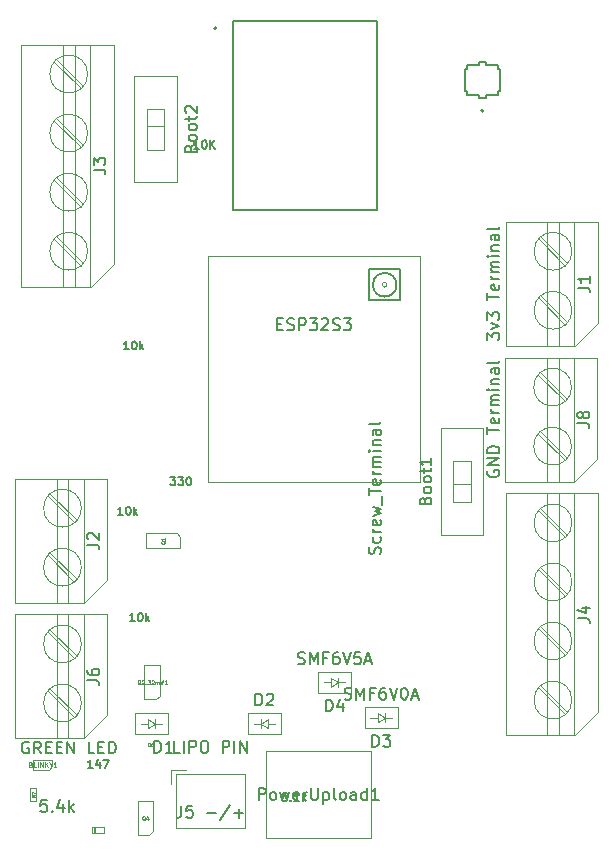
<source format=gbr>
G04 #@! TF.GenerationSoftware,KiCad,Pcbnew,9.0.3*
G04 #@! TF.CreationDate,2025-12-20T12:13:59-05:00*
G04 #@! TF.ProjectId,Experimental,45787065-7269-46d6-956e-74616c2e6b69,rev?*
G04 #@! TF.SameCoordinates,Original*
G04 #@! TF.FileFunction,AssemblyDrawing,Top*
%FSLAX46Y46*%
G04 Gerber Fmt 4.6, Leading zero omitted, Abs format (unit mm)*
G04 Created by KiCad (PCBNEW 9.0.3) date 2025-12-20 12:13:59*
%MOMM*%
%LPD*%
G01*
G04 APERTURE LIST*
%ADD10C,0.150000*%
%ADD11C,0.060000*%
%ADD12C,0.040000*%
%ADD13C,0.050000*%
%ADD14C,0.100000*%
%ADD15C,0.127000*%
%ADD16C,0.200000*%
G04 APERTURE END LIST*
D10*
X121090780Y-117454819D02*
X121090780Y-116454819D01*
X121090780Y-116454819D02*
X121471732Y-116454819D01*
X121471732Y-116454819D02*
X121566970Y-116502438D01*
X121566970Y-116502438D02*
X121614589Y-116550057D01*
X121614589Y-116550057D02*
X121662208Y-116645295D01*
X121662208Y-116645295D02*
X121662208Y-116788152D01*
X121662208Y-116788152D02*
X121614589Y-116883390D01*
X121614589Y-116883390D02*
X121566970Y-116931009D01*
X121566970Y-116931009D02*
X121471732Y-116978628D01*
X121471732Y-116978628D02*
X121090780Y-116978628D01*
X122233637Y-117454819D02*
X122138399Y-117407200D01*
X122138399Y-117407200D02*
X122090780Y-117359580D01*
X122090780Y-117359580D02*
X122043161Y-117264342D01*
X122043161Y-117264342D02*
X122043161Y-116978628D01*
X122043161Y-116978628D02*
X122090780Y-116883390D01*
X122090780Y-116883390D02*
X122138399Y-116835771D01*
X122138399Y-116835771D02*
X122233637Y-116788152D01*
X122233637Y-116788152D02*
X122376494Y-116788152D01*
X122376494Y-116788152D02*
X122471732Y-116835771D01*
X122471732Y-116835771D02*
X122519351Y-116883390D01*
X122519351Y-116883390D02*
X122566970Y-116978628D01*
X122566970Y-116978628D02*
X122566970Y-117264342D01*
X122566970Y-117264342D02*
X122519351Y-117359580D01*
X122519351Y-117359580D02*
X122471732Y-117407200D01*
X122471732Y-117407200D02*
X122376494Y-117454819D01*
X122376494Y-117454819D02*
X122233637Y-117454819D01*
X122900304Y-116788152D02*
X123090780Y-117454819D01*
X123090780Y-117454819D02*
X123281256Y-116978628D01*
X123281256Y-116978628D02*
X123471732Y-117454819D01*
X123471732Y-117454819D02*
X123662208Y-116788152D01*
X124424113Y-117407200D02*
X124328875Y-117454819D01*
X124328875Y-117454819D02*
X124138399Y-117454819D01*
X124138399Y-117454819D02*
X124043161Y-117407200D01*
X124043161Y-117407200D02*
X123995542Y-117311961D01*
X123995542Y-117311961D02*
X123995542Y-116931009D01*
X123995542Y-116931009D02*
X124043161Y-116835771D01*
X124043161Y-116835771D02*
X124138399Y-116788152D01*
X124138399Y-116788152D02*
X124328875Y-116788152D01*
X124328875Y-116788152D02*
X124424113Y-116835771D01*
X124424113Y-116835771D02*
X124471732Y-116931009D01*
X124471732Y-116931009D02*
X124471732Y-117026247D01*
X124471732Y-117026247D02*
X123995542Y-117121485D01*
X124900304Y-117454819D02*
X124900304Y-116788152D01*
X124900304Y-116978628D02*
X124947923Y-116883390D01*
X124947923Y-116883390D02*
X124995542Y-116835771D01*
X124995542Y-116835771D02*
X125090780Y-116788152D01*
X125090780Y-116788152D02*
X125186018Y-116788152D01*
X125519352Y-116454819D02*
X125519352Y-117264342D01*
X125519352Y-117264342D02*
X125566971Y-117359580D01*
X125566971Y-117359580D02*
X125614590Y-117407200D01*
X125614590Y-117407200D02*
X125709828Y-117454819D01*
X125709828Y-117454819D02*
X125900304Y-117454819D01*
X125900304Y-117454819D02*
X125995542Y-117407200D01*
X125995542Y-117407200D02*
X126043161Y-117359580D01*
X126043161Y-117359580D02*
X126090780Y-117264342D01*
X126090780Y-117264342D02*
X126090780Y-116454819D01*
X126566971Y-116788152D02*
X126566971Y-117788152D01*
X126566971Y-116835771D02*
X126662209Y-116788152D01*
X126662209Y-116788152D02*
X126852685Y-116788152D01*
X126852685Y-116788152D02*
X126947923Y-116835771D01*
X126947923Y-116835771D02*
X126995542Y-116883390D01*
X126995542Y-116883390D02*
X127043161Y-116978628D01*
X127043161Y-116978628D02*
X127043161Y-117264342D01*
X127043161Y-117264342D02*
X126995542Y-117359580D01*
X126995542Y-117359580D02*
X126947923Y-117407200D01*
X126947923Y-117407200D02*
X126852685Y-117454819D01*
X126852685Y-117454819D02*
X126662209Y-117454819D01*
X126662209Y-117454819D02*
X126566971Y-117407200D01*
X127614590Y-117454819D02*
X127519352Y-117407200D01*
X127519352Y-117407200D02*
X127471733Y-117311961D01*
X127471733Y-117311961D02*
X127471733Y-116454819D01*
X128138400Y-117454819D02*
X128043162Y-117407200D01*
X128043162Y-117407200D02*
X127995543Y-117359580D01*
X127995543Y-117359580D02*
X127947924Y-117264342D01*
X127947924Y-117264342D02*
X127947924Y-116978628D01*
X127947924Y-116978628D02*
X127995543Y-116883390D01*
X127995543Y-116883390D02*
X128043162Y-116835771D01*
X128043162Y-116835771D02*
X128138400Y-116788152D01*
X128138400Y-116788152D02*
X128281257Y-116788152D01*
X128281257Y-116788152D02*
X128376495Y-116835771D01*
X128376495Y-116835771D02*
X128424114Y-116883390D01*
X128424114Y-116883390D02*
X128471733Y-116978628D01*
X128471733Y-116978628D02*
X128471733Y-117264342D01*
X128471733Y-117264342D02*
X128424114Y-117359580D01*
X128424114Y-117359580D02*
X128376495Y-117407200D01*
X128376495Y-117407200D02*
X128281257Y-117454819D01*
X128281257Y-117454819D02*
X128138400Y-117454819D01*
X129328876Y-117454819D02*
X129328876Y-116931009D01*
X129328876Y-116931009D02*
X129281257Y-116835771D01*
X129281257Y-116835771D02*
X129186019Y-116788152D01*
X129186019Y-116788152D02*
X128995543Y-116788152D01*
X128995543Y-116788152D02*
X128900305Y-116835771D01*
X129328876Y-117407200D02*
X129233638Y-117454819D01*
X129233638Y-117454819D02*
X128995543Y-117454819D01*
X128995543Y-117454819D02*
X128900305Y-117407200D01*
X128900305Y-117407200D02*
X128852686Y-117311961D01*
X128852686Y-117311961D02*
X128852686Y-117216723D01*
X128852686Y-117216723D02*
X128900305Y-117121485D01*
X128900305Y-117121485D02*
X128995543Y-117073866D01*
X128995543Y-117073866D02*
X129233638Y-117073866D01*
X129233638Y-117073866D02*
X129328876Y-117026247D01*
X130233638Y-117454819D02*
X130233638Y-116454819D01*
X130233638Y-117407200D02*
X130138400Y-117454819D01*
X130138400Y-117454819D02*
X129947924Y-117454819D01*
X129947924Y-117454819D02*
X129852686Y-117407200D01*
X129852686Y-117407200D02*
X129805067Y-117359580D01*
X129805067Y-117359580D02*
X129757448Y-117264342D01*
X129757448Y-117264342D02*
X129757448Y-116978628D01*
X129757448Y-116978628D02*
X129805067Y-116883390D01*
X129805067Y-116883390D02*
X129852686Y-116835771D01*
X129852686Y-116835771D02*
X129947924Y-116788152D01*
X129947924Y-116788152D02*
X130138400Y-116788152D01*
X130138400Y-116788152D02*
X130233638Y-116835771D01*
X131233638Y-117454819D02*
X130662210Y-117454819D01*
X130947924Y-117454819D02*
X130947924Y-116454819D01*
X130947924Y-116454819D02*
X130852686Y-116597676D01*
X130852686Y-116597676D02*
X130757448Y-116692914D01*
X130757448Y-116692914D02*
X130662210Y-116740533D01*
X114404762Y-113454819D02*
X113928572Y-113454819D01*
X113928572Y-113454819D02*
X113928572Y-112454819D01*
X114738096Y-113454819D02*
X114738096Y-112454819D01*
X115214286Y-113454819D02*
X115214286Y-112454819D01*
X115214286Y-112454819D02*
X115595238Y-112454819D01*
X115595238Y-112454819D02*
X115690476Y-112502438D01*
X115690476Y-112502438D02*
X115738095Y-112550057D01*
X115738095Y-112550057D02*
X115785714Y-112645295D01*
X115785714Y-112645295D02*
X115785714Y-112788152D01*
X115785714Y-112788152D02*
X115738095Y-112883390D01*
X115738095Y-112883390D02*
X115690476Y-112931009D01*
X115690476Y-112931009D02*
X115595238Y-112978628D01*
X115595238Y-112978628D02*
X115214286Y-112978628D01*
X116404762Y-112454819D02*
X116595238Y-112454819D01*
X116595238Y-112454819D02*
X116690476Y-112502438D01*
X116690476Y-112502438D02*
X116785714Y-112597676D01*
X116785714Y-112597676D02*
X116833333Y-112788152D01*
X116833333Y-112788152D02*
X116833333Y-113121485D01*
X116833333Y-113121485D02*
X116785714Y-113311961D01*
X116785714Y-113311961D02*
X116690476Y-113407200D01*
X116690476Y-113407200D02*
X116595238Y-113454819D01*
X116595238Y-113454819D02*
X116404762Y-113454819D01*
X116404762Y-113454819D02*
X116309524Y-113407200D01*
X116309524Y-113407200D02*
X116214286Y-113311961D01*
X116214286Y-113311961D02*
X116166667Y-113121485D01*
X116166667Y-113121485D02*
X116166667Y-112788152D01*
X116166667Y-112788152D02*
X116214286Y-112597676D01*
X116214286Y-112597676D02*
X116309524Y-112502438D01*
X116309524Y-112502438D02*
X116404762Y-112454819D01*
X118023810Y-113454819D02*
X118023810Y-112454819D01*
X118023810Y-112454819D02*
X118404762Y-112454819D01*
X118404762Y-112454819D02*
X118500000Y-112502438D01*
X118500000Y-112502438D02*
X118547619Y-112550057D01*
X118547619Y-112550057D02*
X118595238Y-112645295D01*
X118595238Y-112645295D02*
X118595238Y-112788152D01*
X118595238Y-112788152D02*
X118547619Y-112883390D01*
X118547619Y-112883390D02*
X118500000Y-112931009D01*
X118500000Y-112931009D02*
X118404762Y-112978628D01*
X118404762Y-112978628D02*
X118023810Y-112978628D01*
X119023810Y-113454819D02*
X119023810Y-112454819D01*
X119500000Y-113454819D02*
X119500000Y-112454819D01*
X119500000Y-112454819D02*
X120071428Y-113454819D01*
X120071428Y-113454819D02*
X120071428Y-112454819D01*
X114523809Y-117954819D02*
X114523809Y-118669104D01*
X114523809Y-118669104D02*
X114476190Y-118811961D01*
X114476190Y-118811961D02*
X114380952Y-118907200D01*
X114380952Y-118907200D02*
X114238095Y-118954819D01*
X114238095Y-118954819D02*
X114142857Y-118954819D01*
X115476190Y-117954819D02*
X115000000Y-117954819D01*
X115000000Y-117954819D02*
X114952381Y-118431009D01*
X114952381Y-118431009D02*
X115000000Y-118383390D01*
X115000000Y-118383390D02*
X115095238Y-118335771D01*
X115095238Y-118335771D02*
X115333333Y-118335771D01*
X115333333Y-118335771D02*
X115428571Y-118383390D01*
X115428571Y-118383390D02*
X115476190Y-118431009D01*
X115476190Y-118431009D02*
X115523809Y-118526247D01*
X115523809Y-118526247D02*
X115523809Y-118764342D01*
X115523809Y-118764342D02*
X115476190Y-118859580D01*
X115476190Y-118859580D02*
X115428571Y-118907200D01*
X115428571Y-118907200D02*
X115333333Y-118954819D01*
X115333333Y-118954819D02*
X115095238Y-118954819D01*
X115095238Y-118954819D02*
X115000000Y-118907200D01*
X115000000Y-118907200D02*
X114952381Y-118859580D01*
X116714286Y-118573866D02*
X117476191Y-118573866D01*
X118666666Y-117907200D02*
X117809524Y-119192914D01*
X119000000Y-118573866D02*
X119761905Y-118573866D01*
X119380952Y-118954819D02*
X119380952Y-118192914D01*
X101595237Y-112572438D02*
X101499999Y-112524819D01*
X101499999Y-112524819D02*
X101357142Y-112524819D01*
X101357142Y-112524819D02*
X101214285Y-112572438D01*
X101214285Y-112572438D02*
X101119047Y-112667676D01*
X101119047Y-112667676D02*
X101071428Y-112762914D01*
X101071428Y-112762914D02*
X101023809Y-112953390D01*
X101023809Y-112953390D02*
X101023809Y-113096247D01*
X101023809Y-113096247D02*
X101071428Y-113286723D01*
X101071428Y-113286723D02*
X101119047Y-113381961D01*
X101119047Y-113381961D02*
X101214285Y-113477200D01*
X101214285Y-113477200D02*
X101357142Y-113524819D01*
X101357142Y-113524819D02*
X101452380Y-113524819D01*
X101452380Y-113524819D02*
X101595237Y-113477200D01*
X101595237Y-113477200D02*
X101642856Y-113429580D01*
X101642856Y-113429580D02*
X101642856Y-113096247D01*
X101642856Y-113096247D02*
X101452380Y-113096247D01*
X102642856Y-113524819D02*
X102309523Y-113048628D01*
X102071428Y-113524819D02*
X102071428Y-112524819D01*
X102071428Y-112524819D02*
X102452380Y-112524819D01*
X102452380Y-112524819D02*
X102547618Y-112572438D01*
X102547618Y-112572438D02*
X102595237Y-112620057D01*
X102595237Y-112620057D02*
X102642856Y-112715295D01*
X102642856Y-112715295D02*
X102642856Y-112858152D01*
X102642856Y-112858152D02*
X102595237Y-112953390D01*
X102595237Y-112953390D02*
X102547618Y-113001009D01*
X102547618Y-113001009D02*
X102452380Y-113048628D01*
X102452380Y-113048628D02*
X102071428Y-113048628D01*
X103071428Y-113001009D02*
X103404761Y-113001009D01*
X103547618Y-113524819D02*
X103071428Y-113524819D01*
X103071428Y-113524819D02*
X103071428Y-112524819D01*
X103071428Y-112524819D02*
X103547618Y-112524819D01*
X103976190Y-113001009D02*
X104309523Y-113001009D01*
X104452380Y-113524819D02*
X103976190Y-113524819D01*
X103976190Y-113524819D02*
X103976190Y-112524819D01*
X103976190Y-112524819D02*
X104452380Y-112524819D01*
X104880952Y-113524819D02*
X104880952Y-112524819D01*
X104880952Y-112524819D02*
X105452380Y-113524819D01*
X105452380Y-113524819D02*
X105452380Y-112524819D01*
X107166666Y-113524819D02*
X106690476Y-113524819D01*
X106690476Y-113524819D02*
X106690476Y-112524819D01*
X107500000Y-113001009D02*
X107833333Y-113001009D01*
X107976190Y-113524819D02*
X107500000Y-113524819D01*
X107500000Y-113524819D02*
X107500000Y-112524819D01*
X107500000Y-112524819D02*
X107976190Y-112524819D01*
X108404762Y-113524819D02*
X108404762Y-112524819D01*
X108404762Y-112524819D02*
X108642857Y-112524819D01*
X108642857Y-112524819D02*
X108785714Y-112572438D01*
X108785714Y-112572438D02*
X108880952Y-112667676D01*
X108880952Y-112667676D02*
X108928571Y-112762914D01*
X108928571Y-112762914D02*
X108976190Y-112953390D01*
X108976190Y-112953390D02*
X108976190Y-113096247D01*
X108976190Y-113096247D02*
X108928571Y-113286723D01*
X108928571Y-113286723D02*
X108880952Y-113381961D01*
X108880952Y-113381961D02*
X108785714Y-113477200D01*
X108785714Y-113477200D02*
X108642857Y-113524819D01*
X108642857Y-113524819D02*
X108404762Y-113524819D01*
D11*
X101787500Y-114472403D02*
X101844643Y-114491451D01*
X101844643Y-114491451D02*
X101863690Y-114510499D01*
X101863690Y-114510499D02*
X101882738Y-114548594D01*
X101882738Y-114548594D02*
X101882738Y-114605737D01*
X101882738Y-114605737D02*
X101863690Y-114643832D01*
X101863690Y-114643832D02*
X101844643Y-114662880D01*
X101844643Y-114662880D02*
X101806548Y-114681927D01*
X101806548Y-114681927D02*
X101654167Y-114681927D01*
X101654167Y-114681927D02*
X101654167Y-114281927D01*
X101654167Y-114281927D02*
X101787500Y-114281927D01*
X101787500Y-114281927D02*
X101825595Y-114300975D01*
X101825595Y-114300975D02*
X101844643Y-114320022D01*
X101844643Y-114320022D02*
X101863690Y-114358118D01*
X101863690Y-114358118D02*
X101863690Y-114396213D01*
X101863690Y-114396213D02*
X101844643Y-114434308D01*
X101844643Y-114434308D02*
X101825595Y-114453356D01*
X101825595Y-114453356D02*
X101787500Y-114472403D01*
X101787500Y-114472403D02*
X101654167Y-114472403D01*
X102244643Y-114681927D02*
X102054167Y-114681927D01*
X102054167Y-114681927D02*
X102054167Y-114281927D01*
X102377977Y-114681927D02*
X102377977Y-114281927D01*
X102568453Y-114681927D02*
X102568453Y-114281927D01*
X102568453Y-114281927D02*
X102797024Y-114681927D01*
X102797024Y-114681927D02*
X102797024Y-114281927D01*
X102987501Y-114681927D02*
X102987501Y-114281927D01*
X103216072Y-114681927D02*
X103044643Y-114453356D01*
X103216072Y-114281927D02*
X102987501Y-114510499D01*
X103463691Y-114491451D02*
X103463691Y-114681927D01*
X103330358Y-114281927D02*
X103463691Y-114491451D01*
X103463691Y-114491451D02*
X103597024Y-114281927D01*
X103939881Y-114681927D02*
X103711310Y-114681927D01*
X103825596Y-114681927D02*
X103825596Y-114281927D01*
X103825596Y-114281927D02*
X103787500Y-114339070D01*
X103787500Y-114339070D02*
X103749405Y-114377165D01*
X103749405Y-114377165D02*
X103711310Y-114396213D01*
D10*
X140502438Y-89583333D02*
X140454819Y-89678571D01*
X140454819Y-89678571D02*
X140454819Y-89821428D01*
X140454819Y-89821428D02*
X140502438Y-89964285D01*
X140502438Y-89964285D02*
X140597676Y-90059523D01*
X140597676Y-90059523D02*
X140692914Y-90107142D01*
X140692914Y-90107142D02*
X140883390Y-90154761D01*
X140883390Y-90154761D02*
X141026247Y-90154761D01*
X141026247Y-90154761D02*
X141216723Y-90107142D01*
X141216723Y-90107142D02*
X141311961Y-90059523D01*
X141311961Y-90059523D02*
X141407200Y-89964285D01*
X141407200Y-89964285D02*
X141454819Y-89821428D01*
X141454819Y-89821428D02*
X141454819Y-89726190D01*
X141454819Y-89726190D02*
X141407200Y-89583333D01*
X141407200Y-89583333D02*
X141359580Y-89535714D01*
X141359580Y-89535714D02*
X141026247Y-89535714D01*
X141026247Y-89535714D02*
X141026247Y-89726190D01*
X141454819Y-89107142D02*
X140454819Y-89107142D01*
X140454819Y-89107142D02*
X141454819Y-88535714D01*
X141454819Y-88535714D02*
X140454819Y-88535714D01*
X141454819Y-88059523D02*
X140454819Y-88059523D01*
X140454819Y-88059523D02*
X140454819Y-87821428D01*
X140454819Y-87821428D02*
X140502438Y-87678571D01*
X140502438Y-87678571D02*
X140597676Y-87583333D01*
X140597676Y-87583333D02*
X140692914Y-87535714D01*
X140692914Y-87535714D02*
X140883390Y-87488095D01*
X140883390Y-87488095D02*
X141026247Y-87488095D01*
X141026247Y-87488095D02*
X141216723Y-87535714D01*
X141216723Y-87535714D02*
X141311961Y-87583333D01*
X141311961Y-87583333D02*
X141407200Y-87678571D01*
X141407200Y-87678571D02*
X141454819Y-87821428D01*
X141454819Y-87821428D02*
X141454819Y-88059523D01*
X140454819Y-86440475D02*
X140454819Y-85869047D01*
X141454819Y-86154761D02*
X140454819Y-86154761D01*
X141407200Y-85154761D02*
X141454819Y-85249999D01*
X141454819Y-85249999D02*
X141454819Y-85440475D01*
X141454819Y-85440475D02*
X141407200Y-85535713D01*
X141407200Y-85535713D02*
X141311961Y-85583332D01*
X141311961Y-85583332D02*
X140931009Y-85583332D01*
X140931009Y-85583332D02*
X140835771Y-85535713D01*
X140835771Y-85535713D02*
X140788152Y-85440475D01*
X140788152Y-85440475D02*
X140788152Y-85249999D01*
X140788152Y-85249999D02*
X140835771Y-85154761D01*
X140835771Y-85154761D02*
X140931009Y-85107142D01*
X140931009Y-85107142D02*
X141026247Y-85107142D01*
X141026247Y-85107142D02*
X141121485Y-85583332D01*
X141454819Y-84678570D02*
X140788152Y-84678570D01*
X140978628Y-84678570D02*
X140883390Y-84630951D01*
X140883390Y-84630951D02*
X140835771Y-84583332D01*
X140835771Y-84583332D02*
X140788152Y-84488094D01*
X140788152Y-84488094D02*
X140788152Y-84392856D01*
X141454819Y-84059522D02*
X140788152Y-84059522D01*
X140883390Y-84059522D02*
X140835771Y-84011903D01*
X140835771Y-84011903D02*
X140788152Y-83916665D01*
X140788152Y-83916665D02*
X140788152Y-83773808D01*
X140788152Y-83773808D02*
X140835771Y-83678570D01*
X140835771Y-83678570D02*
X140931009Y-83630951D01*
X140931009Y-83630951D02*
X141454819Y-83630951D01*
X140931009Y-83630951D02*
X140835771Y-83583332D01*
X140835771Y-83583332D02*
X140788152Y-83488094D01*
X140788152Y-83488094D02*
X140788152Y-83345237D01*
X140788152Y-83345237D02*
X140835771Y-83249998D01*
X140835771Y-83249998D02*
X140931009Y-83202379D01*
X140931009Y-83202379D02*
X141454819Y-83202379D01*
X141454819Y-82726189D02*
X140788152Y-82726189D01*
X140454819Y-82726189D02*
X140502438Y-82773808D01*
X140502438Y-82773808D02*
X140550057Y-82726189D01*
X140550057Y-82726189D02*
X140502438Y-82678570D01*
X140502438Y-82678570D02*
X140454819Y-82726189D01*
X140454819Y-82726189D02*
X140550057Y-82726189D01*
X140788152Y-82249999D02*
X141454819Y-82249999D01*
X140883390Y-82249999D02*
X140835771Y-82202380D01*
X140835771Y-82202380D02*
X140788152Y-82107142D01*
X140788152Y-82107142D02*
X140788152Y-81964285D01*
X140788152Y-81964285D02*
X140835771Y-81869047D01*
X140835771Y-81869047D02*
X140931009Y-81821428D01*
X140931009Y-81821428D02*
X141454819Y-81821428D01*
X141454819Y-80916666D02*
X140931009Y-80916666D01*
X140931009Y-80916666D02*
X140835771Y-80964285D01*
X140835771Y-80964285D02*
X140788152Y-81059523D01*
X140788152Y-81059523D02*
X140788152Y-81249999D01*
X140788152Y-81249999D02*
X140835771Y-81345237D01*
X141407200Y-80916666D02*
X141454819Y-81011904D01*
X141454819Y-81011904D02*
X141454819Y-81249999D01*
X141454819Y-81249999D02*
X141407200Y-81345237D01*
X141407200Y-81345237D02*
X141311961Y-81392856D01*
X141311961Y-81392856D02*
X141216723Y-81392856D01*
X141216723Y-81392856D02*
X141121485Y-81345237D01*
X141121485Y-81345237D02*
X141073866Y-81249999D01*
X141073866Y-81249999D02*
X141073866Y-81011904D01*
X141073866Y-81011904D02*
X141026247Y-80916666D01*
X141454819Y-80297618D02*
X141407200Y-80392856D01*
X141407200Y-80392856D02*
X141311961Y-80440475D01*
X141311961Y-80440475D02*
X140454819Y-80440475D01*
X148072319Y-85583333D02*
X148786604Y-85583333D01*
X148786604Y-85583333D02*
X148929461Y-85630952D01*
X148929461Y-85630952D02*
X149024700Y-85726190D01*
X149024700Y-85726190D02*
X149072319Y-85869047D01*
X149072319Y-85869047D02*
X149072319Y-85964285D01*
X148500890Y-84964285D02*
X148453271Y-85059523D01*
X148453271Y-85059523D02*
X148405652Y-85107142D01*
X148405652Y-85107142D02*
X148310414Y-85154761D01*
X148310414Y-85154761D02*
X148262795Y-85154761D01*
X148262795Y-85154761D02*
X148167557Y-85107142D01*
X148167557Y-85107142D02*
X148119938Y-85059523D01*
X148119938Y-85059523D02*
X148072319Y-84964285D01*
X148072319Y-84964285D02*
X148072319Y-84773809D01*
X148072319Y-84773809D02*
X148119938Y-84678571D01*
X148119938Y-84678571D02*
X148167557Y-84630952D01*
X148167557Y-84630952D02*
X148262795Y-84583333D01*
X148262795Y-84583333D02*
X148310414Y-84583333D01*
X148310414Y-84583333D02*
X148405652Y-84630952D01*
X148405652Y-84630952D02*
X148453271Y-84678571D01*
X148453271Y-84678571D02*
X148500890Y-84773809D01*
X148500890Y-84773809D02*
X148500890Y-84964285D01*
X148500890Y-84964285D02*
X148548509Y-85059523D01*
X148548509Y-85059523D02*
X148596128Y-85107142D01*
X148596128Y-85107142D02*
X148691366Y-85154761D01*
X148691366Y-85154761D02*
X148881842Y-85154761D01*
X148881842Y-85154761D02*
X148977080Y-85107142D01*
X148977080Y-85107142D02*
X149024700Y-85059523D01*
X149024700Y-85059523D02*
X149072319Y-84964285D01*
X149072319Y-84964285D02*
X149072319Y-84773809D01*
X149072319Y-84773809D02*
X149024700Y-84678571D01*
X149024700Y-84678571D02*
X148977080Y-84630952D01*
X148977080Y-84630952D02*
X148881842Y-84583333D01*
X148881842Y-84583333D02*
X148691366Y-84583333D01*
X148691366Y-84583333D02*
X148596128Y-84630952D01*
X148596128Y-84630952D02*
X148548509Y-84678571D01*
X148548509Y-84678571D02*
X148500890Y-84773809D01*
X140454819Y-78511904D02*
X140454819Y-77892857D01*
X140454819Y-77892857D02*
X140835771Y-78226190D01*
X140835771Y-78226190D02*
X140835771Y-78083333D01*
X140835771Y-78083333D02*
X140883390Y-77988095D01*
X140883390Y-77988095D02*
X140931009Y-77940476D01*
X140931009Y-77940476D02*
X141026247Y-77892857D01*
X141026247Y-77892857D02*
X141264342Y-77892857D01*
X141264342Y-77892857D02*
X141359580Y-77940476D01*
X141359580Y-77940476D02*
X141407200Y-77988095D01*
X141407200Y-77988095D02*
X141454819Y-78083333D01*
X141454819Y-78083333D02*
X141454819Y-78369047D01*
X141454819Y-78369047D02*
X141407200Y-78464285D01*
X141407200Y-78464285D02*
X141359580Y-78511904D01*
X140788152Y-77559523D02*
X141454819Y-77321428D01*
X141454819Y-77321428D02*
X140788152Y-77083333D01*
X140454819Y-76797618D02*
X140454819Y-76178571D01*
X140454819Y-76178571D02*
X140835771Y-76511904D01*
X140835771Y-76511904D02*
X140835771Y-76369047D01*
X140835771Y-76369047D02*
X140883390Y-76273809D01*
X140883390Y-76273809D02*
X140931009Y-76226190D01*
X140931009Y-76226190D02*
X141026247Y-76178571D01*
X141026247Y-76178571D02*
X141264342Y-76178571D01*
X141264342Y-76178571D02*
X141359580Y-76226190D01*
X141359580Y-76226190D02*
X141407200Y-76273809D01*
X141407200Y-76273809D02*
X141454819Y-76369047D01*
X141454819Y-76369047D02*
X141454819Y-76654761D01*
X141454819Y-76654761D02*
X141407200Y-76749999D01*
X141407200Y-76749999D02*
X141359580Y-76797618D01*
X140454819Y-75130951D02*
X140454819Y-74559523D01*
X141454819Y-74845237D02*
X140454819Y-74845237D01*
X141407200Y-73845237D02*
X141454819Y-73940475D01*
X141454819Y-73940475D02*
X141454819Y-74130951D01*
X141454819Y-74130951D02*
X141407200Y-74226189D01*
X141407200Y-74226189D02*
X141311961Y-74273808D01*
X141311961Y-74273808D02*
X140931009Y-74273808D01*
X140931009Y-74273808D02*
X140835771Y-74226189D01*
X140835771Y-74226189D02*
X140788152Y-74130951D01*
X140788152Y-74130951D02*
X140788152Y-73940475D01*
X140788152Y-73940475D02*
X140835771Y-73845237D01*
X140835771Y-73845237D02*
X140931009Y-73797618D01*
X140931009Y-73797618D02*
X141026247Y-73797618D01*
X141026247Y-73797618D02*
X141121485Y-74273808D01*
X141454819Y-73369046D02*
X140788152Y-73369046D01*
X140978628Y-73369046D02*
X140883390Y-73321427D01*
X140883390Y-73321427D02*
X140835771Y-73273808D01*
X140835771Y-73273808D02*
X140788152Y-73178570D01*
X140788152Y-73178570D02*
X140788152Y-73083332D01*
X141454819Y-72749998D02*
X140788152Y-72749998D01*
X140883390Y-72749998D02*
X140835771Y-72702379D01*
X140835771Y-72702379D02*
X140788152Y-72607141D01*
X140788152Y-72607141D02*
X140788152Y-72464284D01*
X140788152Y-72464284D02*
X140835771Y-72369046D01*
X140835771Y-72369046D02*
X140931009Y-72321427D01*
X140931009Y-72321427D02*
X141454819Y-72321427D01*
X140931009Y-72321427D02*
X140835771Y-72273808D01*
X140835771Y-72273808D02*
X140788152Y-72178570D01*
X140788152Y-72178570D02*
X140788152Y-72035713D01*
X140788152Y-72035713D02*
X140835771Y-71940474D01*
X140835771Y-71940474D02*
X140931009Y-71892855D01*
X140931009Y-71892855D02*
X141454819Y-71892855D01*
X141454819Y-71416665D02*
X140788152Y-71416665D01*
X140454819Y-71416665D02*
X140502438Y-71464284D01*
X140502438Y-71464284D02*
X140550057Y-71416665D01*
X140550057Y-71416665D02*
X140502438Y-71369046D01*
X140502438Y-71369046D02*
X140454819Y-71416665D01*
X140454819Y-71416665D02*
X140550057Y-71416665D01*
X140788152Y-70940475D02*
X141454819Y-70940475D01*
X140883390Y-70940475D02*
X140835771Y-70892856D01*
X140835771Y-70892856D02*
X140788152Y-70797618D01*
X140788152Y-70797618D02*
X140788152Y-70654761D01*
X140788152Y-70654761D02*
X140835771Y-70559523D01*
X140835771Y-70559523D02*
X140931009Y-70511904D01*
X140931009Y-70511904D02*
X141454819Y-70511904D01*
X141454819Y-69607142D02*
X140931009Y-69607142D01*
X140931009Y-69607142D02*
X140835771Y-69654761D01*
X140835771Y-69654761D02*
X140788152Y-69749999D01*
X140788152Y-69749999D02*
X140788152Y-69940475D01*
X140788152Y-69940475D02*
X140835771Y-70035713D01*
X141407200Y-69607142D02*
X141454819Y-69702380D01*
X141454819Y-69702380D02*
X141454819Y-69940475D01*
X141454819Y-69940475D02*
X141407200Y-70035713D01*
X141407200Y-70035713D02*
X141311961Y-70083332D01*
X141311961Y-70083332D02*
X141216723Y-70083332D01*
X141216723Y-70083332D02*
X141121485Y-70035713D01*
X141121485Y-70035713D02*
X141073866Y-69940475D01*
X141073866Y-69940475D02*
X141073866Y-69702380D01*
X141073866Y-69702380D02*
X141026247Y-69607142D01*
X141454819Y-68988094D02*
X141407200Y-69083332D01*
X141407200Y-69083332D02*
X141311961Y-69130951D01*
X141311961Y-69130951D02*
X140454819Y-69130951D01*
X148104819Y-74083333D02*
X148819104Y-74083333D01*
X148819104Y-74083333D02*
X148961961Y-74130952D01*
X148961961Y-74130952D02*
X149057200Y-74226190D01*
X149057200Y-74226190D02*
X149104819Y-74369047D01*
X149104819Y-74369047D02*
X149104819Y-74464285D01*
X149104819Y-73083333D02*
X149104819Y-73654761D01*
X149104819Y-73369047D02*
X148104819Y-73369047D01*
X148104819Y-73369047D02*
X148247676Y-73464285D01*
X148247676Y-73464285D02*
X148342914Y-73559523D01*
X148342914Y-73559523D02*
X148390533Y-73654761D01*
X110083123Y-79316197D02*
X109682922Y-79316197D01*
X109883022Y-79316197D02*
X109883022Y-78615845D01*
X109883022Y-78615845D02*
X109816322Y-78715895D01*
X109816322Y-78715895D02*
X109749622Y-78782595D01*
X109749622Y-78782595D02*
X109682922Y-78815945D01*
X110516674Y-78615845D02*
X110583375Y-78615845D01*
X110583375Y-78615845D02*
X110650075Y-78649195D01*
X110650075Y-78649195D02*
X110683425Y-78682545D01*
X110683425Y-78682545D02*
X110716775Y-78749245D01*
X110716775Y-78749245D02*
X110750125Y-78882645D01*
X110750125Y-78882645D02*
X110750125Y-79049396D01*
X110750125Y-79049396D02*
X110716775Y-79182796D01*
X110716775Y-79182796D02*
X110683425Y-79249496D01*
X110683425Y-79249496D02*
X110650075Y-79282847D01*
X110650075Y-79282847D02*
X110583375Y-79316197D01*
X110583375Y-79316197D02*
X110516674Y-79316197D01*
X110516674Y-79316197D02*
X110449974Y-79282847D01*
X110449974Y-79282847D02*
X110416624Y-79249496D01*
X110416624Y-79249496D02*
X110383274Y-79182796D01*
X110383274Y-79182796D02*
X110349924Y-79049396D01*
X110349924Y-79049396D02*
X110349924Y-78882645D01*
X110349924Y-78882645D02*
X110383274Y-78749245D01*
X110383274Y-78749245D02*
X110416624Y-78682545D01*
X110416624Y-78682545D02*
X110449974Y-78649195D01*
X110449974Y-78649195D02*
X110516674Y-78615845D01*
X111050276Y-79316197D02*
X111050276Y-78615845D01*
X111116976Y-79049396D02*
X111317077Y-79316197D01*
X111317077Y-78849295D02*
X111050276Y-79116096D01*
X107033098Y-114736150D02*
X106632897Y-114736150D01*
X106832997Y-114736150D02*
X106832997Y-114035798D01*
X106832997Y-114035798D02*
X106766297Y-114135848D01*
X106766297Y-114135848D02*
X106699597Y-114202548D01*
X106699597Y-114202548D02*
X106632897Y-114235898D01*
X107633400Y-114269248D02*
X107633400Y-114736150D01*
X107466649Y-114002448D02*
X107299899Y-114502699D01*
X107299899Y-114502699D02*
X107733450Y-114502699D01*
X107933551Y-114035798D02*
X108400452Y-114035798D01*
X108400452Y-114035798D02*
X108100301Y-114736150D01*
X103119047Y-117454819D02*
X102642857Y-117454819D01*
X102642857Y-117454819D02*
X102595238Y-117931009D01*
X102595238Y-117931009D02*
X102642857Y-117883390D01*
X102642857Y-117883390D02*
X102738095Y-117835771D01*
X102738095Y-117835771D02*
X102976190Y-117835771D01*
X102976190Y-117835771D02*
X103071428Y-117883390D01*
X103071428Y-117883390D02*
X103119047Y-117931009D01*
X103119047Y-117931009D02*
X103166666Y-118026247D01*
X103166666Y-118026247D02*
X103166666Y-118264342D01*
X103166666Y-118264342D02*
X103119047Y-118359580D01*
X103119047Y-118359580D02*
X103071428Y-118407200D01*
X103071428Y-118407200D02*
X102976190Y-118454819D01*
X102976190Y-118454819D02*
X102738095Y-118454819D01*
X102738095Y-118454819D02*
X102642857Y-118407200D01*
X102642857Y-118407200D02*
X102595238Y-118359580D01*
X103595238Y-118359580D02*
X103642857Y-118407200D01*
X103642857Y-118407200D02*
X103595238Y-118454819D01*
X103595238Y-118454819D02*
X103547619Y-118407200D01*
X103547619Y-118407200D02*
X103595238Y-118359580D01*
X103595238Y-118359580D02*
X103595238Y-118454819D01*
X104499999Y-117788152D02*
X104499999Y-118454819D01*
X104261904Y-117407200D02*
X104023809Y-118121485D01*
X104023809Y-118121485D02*
X104642856Y-118121485D01*
X105023809Y-118454819D02*
X105023809Y-117454819D01*
X105119047Y-118073866D02*
X105404761Y-118454819D01*
X105404761Y-117788152D02*
X105023809Y-118169104D01*
D12*
X102118200Y-117033332D02*
X101994391Y-117119999D01*
X102118200Y-117181904D02*
X101858200Y-117181904D01*
X101858200Y-117181904D02*
X101858200Y-117082856D01*
X101858200Y-117082856D02*
X101870581Y-117058094D01*
X101870581Y-117058094D02*
X101882962Y-117045713D01*
X101882962Y-117045713D02*
X101907724Y-117033332D01*
X101907724Y-117033332D02*
X101944867Y-117033332D01*
X101944867Y-117033332D02*
X101969629Y-117045713D01*
X101969629Y-117045713D02*
X101982010Y-117058094D01*
X101982010Y-117058094D02*
X101994391Y-117082856D01*
X101994391Y-117082856D02*
X101994391Y-117181904D01*
X101858200Y-116946666D02*
X101858200Y-116773332D01*
X101858200Y-116773332D02*
X102118200Y-116884761D01*
D13*
X111469523Y-119175914D02*
X111439047Y-119160676D01*
X111439047Y-119160676D02*
X111408571Y-119130200D01*
X111408571Y-119130200D02*
X111362857Y-119084485D01*
X111362857Y-119084485D02*
X111332380Y-119069247D01*
X111332380Y-119069247D02*
X111301904Y-119069247D01*
X111317142Y-119145438D02*
X111286666Y-119130200D01*
X111286666Y-119130200D02*
X111256190Y-119099723D01*
X111256190Y-119099723D02*
X111240952Y-119038771D01*
X111240952Y-119038771D02*
X111240952Y-118932104D01*
X111240952Y-118932104D02*
X111256190Y-118871152D01*
X111256190Y-118871152D02*
X111286666Y-118840676D01*
X111286666Y-118840676D02*
X111317142Y-118825438D01*
X111317142Y-118825438D02*
X111378095Y-118825438D01*
X111378095Y-118825438D02*
X111408571Y-118840676D01*
X111408571Y-118840676D02*
X111439047Y-118871152D01*
X111439047Y-118871152D02*
X111454285Y-118932104D01*
X111454285Y-118932104D02*
X111454285Y-119038771D01*
X111454285Y-119038771D02*
X111439047Y-119099723D01*
X111439047Y-119099723D02*
X111408571Y-119130200D01*
X111408571Y-119130200D02*
X111378095Y-119145438D01*
X111378095Y-119145438D02*
X111317142Y-119145438D01*
X111728571Y-118932104D02*
X111728571Y-119145438D01*
X111652380Y-118810200D02*
X111576190Y-119038771D01*
X111576190Y-119038771D02*
X111774285Y-119038771D01*
D12*
X111748076Y-112874674D02*
X111748076Y-112624674D01*
X111748076Y-112624674D02*
X111807600Y-112624674D01*
X111807600Y-112624674D02*
X111843314Y-112636579D01*
X111843314Y-112636579D02*
X111867124Y-112660389D01*
X111867124Y-112660389D02*
X111879029Y-112684198D01*
X111879029Y-112684198D02*
X111890933Y-112731817D01*
X111890933Y-112731817D02*
X111890933Y-112767531D01*
X111890933Y-112767531D02*
X111879029Y-112815150D01*
X111879029Y-112815150D02*
X111867124Y-112838960D01*
X111867124Y-112838960D02*
X111843314Y-112862770D01*
X111843314Y-112862770D02*
X111807600Y-112874674D01*
X111807600Y-112874674D02*
X111748076Y-112874674D01*
X112105219Y-112624674D02*
X112057600Y-112624674D01*
X112057600Y-112624674D02*
X112033791Y-112636579D01*
X112033791Y-112636579D02*
X112021886Y-112648484D01*
X112021886Y-112648484D02*
X111998076Y-112684198D01*
X111998076Y-112684198D02*
X111986172Y-112731817D01*
X111986172Y-112731817D02*
X111986172Y-112827055D01*
X111986172Y-112827055D02*
X111998076Y-112850865D01*
X111998076Y-112850865D02*
X112009981Y-112862770D01*
X112009981Y-112862770D02*
X112033791Y-112874674D01*
X112033791Y-112874674D02*
X112081410Y-112874674D01*
X112081410Y-112874674D02*
X112105219Y-112862770D01*
X112105219Y-112862770D02*
X112117124Y-112850865D01*
X112117124Y-112850865D02*
X112129029Y-112827055D01*
X112129029Y-112827055D02*
X112129029Y-112767531D01*
X112129029Y-112767531D02*
X112117124Y-112743722D01*
X112117124Y-112743722D02*
X112105219Y-112731817D01*
X112105219Y-112731817D02*
X112081410Y-112719912D01*
X112081410Y-112719912D02*
X112033791Y-112719912D01*
X112033791Y-112719912D02*
X112009981Y-112731817D01*
X112009981Y-112731817D02*
X111998076Y-112743722D01*
X111998076Y-112743722D02*
X111986172Y-112767531D01*
D10*
X122654762Y-77161009D02*
X122988095Y-77161009D01*
X123130952Y-77684819D02*
X122654762Y-77684819D01*
X122654762Y-77684819D02*
X122654762Y-76684819D01*
X122654762Y-76684819D02*
X123130952Y-76684819D01*
X123511905Y-77637200D02*
X123654762Y-77684819D01*
X123654762Y-77684819D02*
X123892857Y-77684819D01*
X123892857Y-77684819D02*
X123988095Y-77637200D01*
X123988095Y-77637200D02*
X124035714Y-77589580D01*
X124035714Y-77589580D02*
X124083333Y-77494342D01*
X124083333Y-77494342D02*
X124083333Y-77399104D01*
X124083333Y-77399104D02*
X124035714Y-77303866D01*
X124035714Y-77303866D02*
X123988095Y-77256247D01*
X123988095Y-77256247D02*
X123892857Y-77208628D01*
X123892857Y-77208628D02*
X123702381Y-77161009D01*
X123702381Y-77161009D02*
X123607143Y-77113390D01*
X123607143Y-77113390D02*
X123559524Y-77065771D01*
X123559524Y-77065771D02*
X123511905Y-76970533D01*
X123511905Y-76970533D02*
X123511905Y-76875295D01*
X123511905Y-76875295D02*
X123559524Y-76780057D01*
X123559524Y-76780057D02*
X123607143Y-76732438D01*
X123607143Y-76732438D02*
X123702381Y-76684819D01*
X123702381Y-76684819D02*
X123940476Y-76684819D01*
X123940476Y-76684819D02*
X124083333Y-76732438D01*
X124511905Y-77684819D02*
X124511905Y-76684819D01*
X124511905Y-76684819D02*
X124892857Y-76684819D01*
X124892857Y-76684819D02*
X124988095Y-76732438D01*
X124988095Y-76732438D02*
X125035714Y-76780057D01*
X125035714Y-76780057D02*
X125083333Y-76875295D01*
X125083333Y-76875295D02*
X125083333Y-77018152D01*
X125083333Y-77018152D02*
X125035714Y-77113390D01*
X125035714Y-77113390D02*
X124988095Y-77161009D01*
X124988095Y-77161009D02*
X124892857Y-77208628D01*
X124892857Y-77208628D02*
X124511905Y-77208628D01*
X125416667Y-76684819D02*
X126035714Y-76684819D01*
X126035714Y-76684819D02*
X125702381Y-77065771D01*
X125702381Y-77065771D02*
X125845238Y-77065771D01*
X125845238Y-77065771D02*
X125940476Y-77113390D01*
X125940476Y-77113390D02*
X125988095Y-77161009D01*
X125988095Y-77161009D02*
X126035714Y-77256247D01*
X126035714Y-77256247D02*
X126035714Y-77494342D01*
X126035714Y-77494342D02*
X125988095Y-77589580D01*
X125988095Y-77589580D02*
X125940476Y-77637200D01*
X125940476Y-77637200D02*
X125845238Y-77684819D01*
X125845238Y-77684819D02*
X125559524Y-77684819D01*
X125559524Y-77684819D02*
X125464286Y-77637200D01*
X125464286Y-77637200D02*
X125416667Y-77589580D01*
X126416667Y-76780057D02*
X126464286Y-76732438D01*
X126464286Y-76732438D02*
X126559524Y-76684819D01*
X126559524Y-76684819D02*
X126797619Y-76684819D01*
X126797619Y-76684819D02*
X126892857Y-76732438D01*
X126892857Y-76732438D02*
X126940476Y-76780057D01*
X126940476Y-76780057D02*
X126988095Y-76875295D01*
X126988095Y-76875295D02*
X126988095Y-76970533D01*
X126988095Y-76970533D02*
X126940476Y-77113390D01*
X126940476Y-77113390D02*
X126369048Y-77684819D01*
X126369048Y-77684819D02*
X126988095Y-77684819D01*
X127369048Y-77637200D02*
X127511905Y-77684819D01*
X127511905Y-77684819D02*
X127750000Y-77684819D01*
X127750000Y-77684819D02*
X127845238Y-77637200D01*
X127845238Y-77637200D02*
X127892857Y-77589580D01*
X127892857Y-77589580D02*
X127940476Y-77494342D01*
X127940476Y-77494342D02*
X127940476Y-77399104D01*
X127940476Y-77399104D02*
X127892857Y-77303866D01*
X127892857Y-77303866D02*
X127845238Y-77256247D01*
X127845238Y-77256247D02*
X127750000Y-77208628D01*
X127750000Y-77208628D02*
X127559524Y-77161009D01*
X127559524Y-77161009D02*
X127464286Y-77113390D01*
X127464286Y-77113390D02*
X127416667Y-77065771D01*
X127416667Y-77065771D02*
X127369048Y-76970533D01*
X127369048Y-76970533D02*
X127369048Y-76875295D01*
X127369048Y-76875295D02*
X127416667Y-76780057D01*
X127416667Y-76780057D02*
X127464286Y-76732438D01*
X127464286Y-76732438D02*
X127559524Y-76684819D01*
X127559524Y-76684819D02*
X127797619Y-76684819D01*
X127797619Y-76684819D02*
X127940476Y-76732438D01*
X128273810Y-76684819D02*
X128892857Y-76684819D01*
X128892857Y-76684819D02*
X128559524Y-77065771D01*
X128559524Y-77065771D02*
X128702381Y-77065771D01*
X128702381Y-77065771D02*
X128797619Y-77113390D01*
X128797619Y-77113390D02*
X128845238Y-77161009D01*
X128845238Y-77161009D02*
X128892857Y-77256247D01*
X128892857Y-77256247D02*
X128892857Y-77494342D01*
X128892857Y-77494342D02*
X128845238Y-77589580D01*
X128845238Y-77589580D02*
X128797619Y-77637200D01*
X128797619Y-77637200D02*
X128702381Y-77684819D01*
X128702381Y-77684819D02*
X128416667Y-77684819D01*
X128416667Y-77684819D02*
X128321429Y-77637200D01*
X128321429Y-77637200D02*
X128273810Y-77589580D01*
X106572319Y-107333333D02*
X107286604Y-107333333D01*
X107286604Y-107333333D02*
X107429461Y-107380952D01*
X107429461Y-107380952D02*
X107524700Y-107476190D01*
X107524700Y-107476190D02*
X107572319Y-107619047D01*
X107572319Y-107619047D02*
X107572319Y-107714285D01*
X106572319Y-106428571D02*
X106572319Y-106619047D01*
X106572319Y-106619047D02*
X106619938Y-106714285D01*
X106619938Y-106714285D02*
X106667557Y-106761904D01*
X106667557Y-106761904D02*
X106810414Y-106857142D01*
X106810414Y-106857142D02*
X107000890Y-106904761D01*
X107000890Y-106904761D02*
X107381842Y-106904761D01*
X107381842Y-106904761D02*
X107477080Y-106857142D01*
X107477080Y-106857142D02*
X107524700Y-106809523D01*
X107524700Y-106809523D02*
X107572319Y-106714285D01*
X107572319Y-106714285D02*
X107572319Y-106523809D01*
X107572319Y-106523809D02*
X107524700Y-106428571D01*
X107524700Y-106428571D02*
X107477080Y-106380952D01*
X107477080Y-106380952D02*
X107381842Y-106333333D01*
X107381842Y-106333333D02*
X107143747Y-106333333D01*
X107143747Y-106333333D02*
X107048509Y-106380952D01*
X107048509Y-106380952D02*
X107000890Y-106428571D01*
X107000890Y-106428571D02*
X106953271Y-106523809D01*
X106953271Y-106523809D02*
X106953271Y-106714285D01*
X106953271Y-106714285D02*
X107000890Y-106809523D01*
X107000890Y-106809523D02*
X107048509Y-106857142D01*
X107048509Y-106857142D02*
X107143747Y-106904761D01*
X116016423Y-62316197D02*
X115616222Y-62316197D01*
X115816322Y-62316197D02*
X115816322Y-61615845D01*
X115816322Y-61615845D02*
X115749622Y-61715895D01*
X115749622Y-61715895D02*
X115682922Y-61782595D01*
X115682922Y-61782595D02*
X115616222Y-61815945D01*
X116449974Y-61615845D02*
X116516675Y-61615845D01*
X116516675Y-61615845D02*
X116583375Y-61649195D01*
X116583375Y-61649195D02*
X116616725Y-61682545D01*
X116616725Y-61682545D02*
X116650075Y-61749245D01*
X116650075Y-61749245D02*
X116683425Y-61882645D01*
X116683425Y-61882645D02*
X116683425Y-62049396D01*
X116683425Y-62049396D02*
X116650075Y-62182796D01*
X116650075Y-62182796D02*
X116616725Y-62249496D01*
X116616725Y-62249496D02*
X116583375Y-62282847D01*
X116583375Y-62282847D02*
X116516675Y-62316197D01*
X116516675Y-62316197D02*
X116449974Y-62316197D01*
X116449974Y-62316197D02*
X116383274Y-62282847D01*
X116383274Y-62282847D02*
X116349924Y-62249496D01*
X116349924Y-62249496D02*
X116316574Y-62182796D01*
X116316574Y-62182796D02*
X116283224Y-62049396D01*
X116283224Y-62049396D02*
X116283224Y-61882645D01*
X116283224Y-61882645D02*
X116316574Y-61749245D01*
X116316574Y-61749245D02*
X116349924Y-61682545D01*
X116349924Y-61682545D02*
X116383274Y-61649195D01*
X116383274Y-61649195D02*
X116449974Y-61615845D01*
X116983576Y-62316197D02*
X116983576Y-61615845D01*
X117383777Y-62316197D02*
X117083626Y-61915995D01*
X117383777Y-61615845D02*
X116983576Y-62016046D01*
D13*
X113175914Y-95530476D02*
X113160676Y-95560952D01*
X113160676Y-95560952D02*
X113130200Y-95591428D01*
X113130200Y-95591428D02*
X113084485Y-95637142D01*
X113084485Y-95637142D02*
X113069247Y-95667619D01*
X113069247Y-95667619D02*
X113069247Y-95698095D01*
X113145438Y-95682857D02*
X113130200Y-95713333D01*
X113130200Y-95713333D02*
X113099723Y-95743809D01*
X113099723Y-95743809D02*
X113038771Y-95759047D01*
X113038771Y-95759047D02*
X112932104Y-95759047D01*
X112932104Y-95759047D02*
X112871152Y-95743809D01*
X112871152Y-95743809D02*
X112840676Y-95713333D01*
X112840676Y-95713333D02*
X112825438Y-95682857D01*
X112825438Y-95682857D02*
X112825438Y-95621904D01*
X112825438Y-95621904D02*
X112840676Y-95591428D01*
X112840676Y-95591428D02*
X112871152Y-95560952D01*
X112871152Y-95560952D02*
X112932104Y-95545714D01*
X112932104Y-95545714D02*
X113038771Y-95545714D01*
X113038771Y-95545714D02*
X113099723Y-95560952D01*
X113099723Y-95560952D02*
X113130200Y-95591428D01*
X113130200Y-95591428D02*
X113145438Y-95621904D01*
X113145438Y-95621904D02*
X113145438Y-95682857D01*
X113145438Y-95240952D02*
X113145438Y-95423809D01*
X113145438Y-95332381D02*
X112825438Y-95332381D01*
X112825438Y-95332381D02*
X112871152Y-95362857D01*
X112871152Y-95362857D02*
X112901628Y-95393333D01*
X112901628Y-95393333D02*
X112916866Y-95423809D01*
D10*
X115319409Y-62265238D02*
X115367028Y-62122381D01*
X115367028Y-62122381D02*
X115414647Y-62074762D01*
X115414647Y-62074762D02*
X115509885Y-62027143D01*
X115509885Y-62027143D02*
X115652742Y-62027143D01*
X115652742Y-62027143D02*
X115747980Y-62074762D01*
X115747980Y-62074762D02*
X115795600Y-62122381D01*
X115795600Y-62122381D02*
X115843219Y-62217619D01*
X115843219Y-62217619D02*
X115843219Y-62598571D01*
X115843219Y-62598571D02*
X114843219Y-62598571D01*
X114843219Y-62598571D02*
X114843219Y-62265238D01*
X114843219Y-62265238D02*
X114890838Y-62170000D01*
X114890838Y-62170000D02*
X114938457Y-62122381D01*
X114938457Y-62122381D02*
X115033695Y-62074762D01*
X115033695Y-62074762D02*
X115128933Y-62074762D01*
X115128933Y-62074762D02*
X115224171Y-62122381D01*
X115224171Y-62122381D02*
X115271790Y-62170000D01*
X115271790Y-62170000D02*
X115319409Y-62265238D01*
X115319409Y-62265238D02*
X115319409Y-62598571D01*
X115843219Y-61455714D02*
X115795600Y-61550952D01*
X115795600Y-61550952D02*
X115747980Y-61598571D01*
X115747980Y-61598571D02*
X115652742Y-61646190D01*
X115652742Y-61646190D02*
X115367028Y-61646190D01*
X115367028Y-61646190D02*
X115271790Y-61598571D01*
X115271790Y-61598571D02*
X115224171Y-61550952D01*
X115224171Y-61550952D02*
X115176552Y-61455714D01*
X115176552Y-61455714D02*
X115176552Y-61312857D01*
X115176552Y-61312857D02*
X115224171Y-61217619D01*
X115224171Y-61217619D02*
X115271790Y-61170000D01*
X115271790Y-61170000D02*
X115367028Y-61122381D01*
X115367028Y-61122381D02*
X115652742Y-61122381D01*
X115652742Y-61122381D02*
X115747980Y-61170000D01*
X115747980Y-61170000D02*
X115795600Y-61217619D01*
X115795600Y-61217619D02*
X115843219Y-61312857D01*
X115843219Y-61312857D02*
X115843219Y-61455714D01*
X115843219Y-60550952D02*
X115795600Y-60646190D01*
X115795600Y-60646190D02*
X115747980Y-60693809D01*
X115747980Y-60693809D02*
X115652742Y-60741428D01*
X115652742Y-60741428D02*
X115367028Y-60741428D01*
X115367028Y-60741428D02*
X115271790Y-60693809D01*
X115271790Y-60693809D02*
X115224171Y-60646190D01*
X115224171Y-60646190D02*
X115176552Y-60550952D01*
X115176552Y-60550952D02*
X115176552Y-60408095D01*
X115176552Y-60408095D02*
X115224171Y-60312857D01*
X115224171Y-60312857D02*
X115271790Y-60265238D01*
X115271790Y-60265238D02*
X115367028Y-60217619D01*
X115367028Y-60217619D02*
X115652742Y-60217619D01*
X115652742Y-60217619D02*
X115747980Y-60265238D01*
X115747980Y-60265238D02*
X115795600Y-60312857D01*
X115795600Y-60312857D02*
X115843219Y-60408095D01*
X115843219Y-60408095D02*
X115843219Y-60550952D01*
X115176552Y-59931904D02*
X115176552Y-59550952D01*
X114843219Y-59789047D02*
X115700361Y-59789047D01*
X115700361Y-59789047D02*
X115795600Y-59741428D01*
X115795600Y-59741428D02*
X115843219Y-59646190D01*
X115843219Y-59646190D02*
X115843219Y-59550952D01*
X114938457Y-59265237D02*
X114890838Y-59217618D01*
X114890838Y-59217618D02*
X114843219Y-59122380D01*
X114843219Y-59122380D02*
X114843219Y-58884285D01*
X114843219Y-58884285D02*
X114890838Y-58789047D01*
X114890838Y-58789047D02*
X114938457Y-58741428D01*
X114938457Y-58741428D02*
X115033695Y-58693809D01*
X115033695Y-58693809D02*
X115128933Y-58693809D01*
X115128933Y-58693809D02*
X115271790Y-58741428D01*
X115271790Y-58741428D02*
X115843219Y-59312856D01*
X115843219Y-59312856D02*
X115843219Y-58693809D01*
X148104819Y-102083333D02*
X148819104Y-102083333D01*
X148819104Y-102083333D02*
X148961961Y-102130952D01*
X148961961Y-102130952D02*
X149057200Y-102226190D01*
X149057200Y-102226190D02*
X149104819Y-102369047D01*
X149104819Y-102369047D02*
X149104819Y-102464285D01*
X148438152Y-101178571D02*
X149104819Y-101178571D01*
X148057200Y-101416666D02*
X148771485Y-101654761D01*
X148771485Y-101654761D02*
X148771485Y-101035714D01*
X107104819Y-64083333D02*
X107819104Y-64083333D01*
X107819104Y-64083333D02*
X107961961Y-64130952D01*
X107961961Y-64130952D02*
X108057200Y-64226190D01*
X108057200Y-64226190D02*
X108104819Y-64369047D01*
X108104819Y-64369047D02*
X108104819Y-64464285D01*
X107104819Y-63702380D02*
X107104819Y-63083333D01*
X107104819Y-63083333D02*
X107485771Y-63416666D01*
X107485771Y-63416666D02*
X107485771Y-63273809D01*
X107485771Y-63273809D02*
X107533390Y-63178571D01*
X107533390Y-63178571D02*
X107581009Y-63130952D01*
X107581009Y-63130952D02*
X107676247Y-63083333D01*
X107676247Y-63083333D02*
X107914342Y-63083333D01*
X107914342Y-63083333D02*
X108009580Y-63130952D01*
X108009580Y-63130952D02*
X108057200Y-63178571D01*
X108057200Y-63178571D02*
X108104819Y-63273809D01*
X108104819Y-63273809D02*
X108104819Y-63559523D01*
X108104819Y-63559523D02*
X108057200Y-63654761D01*
X108057200Y-63654761D02*
X108009580Y-63702380D01*
X123463070Y-116841267D02*
X123129569Y-116841267D01*
X123129569Y-116841267D02*
X123096219Y-117174768D01*
X123096219Y-117174768D02*
X123129569Y-117141417D01*
X123129569Y-117141417D02*
X123196269Y-117108067D01*
X123196269Y-117108067D02*
X123363020Y-117108067D01*
X123363020Y-117108067D02*
X123429720Y-117141417D01*
X123429720Y-117141417D02*
X123463070Y-117174768D01*
X123463070Y-117174768D02*
X123496420Y-117241468D01*
X123496420Y-117241468D02*
X123496420Y-117408218D01*
X123496420Y-117408218D02*
X123463070Y-117474918D01*
X123463070Y-117474918D02*
X123429720Y-117508269D01*
X123429720Y-117508269D02*
X123363020Y-117541619D01*
X123363020Y-117541619D02*
X123196269Y-117541619D01*
X123196269Y-117541619D02*
X123129569Y-117508269D01*
X123129569Y-117508269D02*
X123096219Y-117474918D01*
X123796571Y-117474918D02*
X123829921Y-117508269D01*
X123829921Y-117508269D02*
X123796571Y-117541619D01*
X123796571Y-117541619D02*
X123763221Y-117508269D01*
X123763221Y-117508269D02*
X123796571Y-117474918D01*
X123796571Y-117474918D02*
X123796571Y-117541619D01*
X124496923Y-117541619D02*
X124096722Y-117541619D01*
X124296822Y-117541619D02*
X124296822Y-116841267D01*
X124296822Y-116841267D02*
X124230122Y-116941317D01*
X124230122Y-116941317D02*
X124163422Y-117008017D01*
X124163422Y-117008017D02*
X124096722Y-117041367D01*
X124797074Y-117541619D02*
X124797074Y-116841267D01*
X124863774Y-117274818D02*
X125063875Y-117541619D01*
X125063875Y-117074717D02*
X124797074Y-117341518D01*
X120811905Y-109454819D02*
X120811905Y-108454819D01*
X120811905Y-108454819D02*
X121050000Y-108454819D01*
X121050000Y-108454819D02*
X121192857Y-108502438D01*
X121192857Y-108502438D02*
X121288095Y-108597676D01*
X121288095Y-108597676D02*
X121335714Y-108692914D01*
X121335714Y-108692914D02*
X121383333Y-108883390D01*
X121383333Y-108883390D02*
X121383333Y-109026247D01*
X121383333Y-109026247D02*
X121335714Y-109216723D01*
X121335714Y-109216723D02*
X121288095Y-109311961D01*
X121288095Y-109311961D02*
X121192857Y-109407200D01*
X121192857Y-109407200D02*
X121050000Y-109454819D01*
X121050000Y-109454819D02*
X120811905Y-109454819D01*
X121764286Y-108550057D02*
X121811905Y-108502438D01*
X121811905Y-108502438D02*
X121907143Y-108454819D01*
X121907143Y-108454819D02*
X122145238Y-108454819D01*
X122145238Y-108454819D02*
X122240476Y-108502438D01*
X122240476Y-108502438D02*
X122288095Y-108550057D01*
X122288095Y-108550057D02*
X122335714Y-108645295D01*
X122335714Y-108645295D02*
X122335714Y-108740533D01*
X122335714Y-108740533D02*
X122288095Y-108883390D01*
X122288095Y-108883390D02*
X121716667Y-109454819D01*
X121716667Y-109454819D02*
X122335714Y-109454819D01*
X110583123Y-102316197D02*
X110182922Y-102316197D01*
X110383022Y-102316197D02*
X110383022Y-101615845D01*
X110383022Y-101615845D02*
X110316322Y-101715895D01*
X110316322Y-101715895D02*
X110249622Y-101782595D01*
X110249622Y-101782595D02*
X110182922Y-101815945D01*
X111016674Y-101615845D02*
X111083375Y-101615845D01*
X111083375Y-101615845D02*
X111150075Y-101649195D01*
X111150075Y-101649195D02*
X111183425Y-101682545D01*
X111183425Y-101682545D02*
X111216775Y-101749245D01*
X111216775Y-101749245D02*
X111250125Y-101882645D01*
X111250125Y-101882645D02*
X111250125Y-102049396D01*
X111250125Y-102049396D02*
X111216775Y-102182796D01*
X111216775Y-102182796D02*
X111183425Y-102249496D01*
X111183425Y-102249496D02*
X111150075Y-102282847D01*
X111150075Y-102282847D02*
X111083375Y-102316197D01*
X111083375Y-102316197D02*
X111016674Y-102316197D01*
X111016674Y-102316197D02*
X110949974Y-102282847D01*
X110949974Y-102282847D02*
X110916624Y-102249496D01*
X110916624Y-102249496D02*
X110883274Y-102182796D01*
X110883274Y-102182796D02*
X110849924Y-102049396D01*
X110849924Y-102049396D02*
X110849924Y-101882645D01*
X110849924Y-101882645D02*
X110883274Y-101749245D01*
X110883274Y-101749245D02*
X110916624Y-101682545D01*
X110916624Y-101682545D02*
X110949974Y-101649195D01*
X110949974Y-101649195D02*
X111016674Y-101615845D01*
X111550276Y-102316197D02*
X111550276Y-101615845D01*
X111616976Y-102049396D02*
X111817077Y-102316197D01*
X111817077Y-101849295D02*
X111550276Y-102116096D01*
D13*
X111056785Y-107675914D02*
X111026309Y-107660676D01*
X111026309Y-107660676D02*
X110995833Y-107630200D01*
X110995833Y-107630200D02*
X110950119Y-107584485D01*
X110950119Y-107584485D02*
X110919642Y-107569247D01*
X110919642Y-107569247D02*
X110889166Y-107569247D01*
X110904404Y-107645438D02*
X110873928Y-107630200D01*
X110873928Y-107630200D02*
X110843452Y-107599723D01*
X110843452Y-107599723D02*
X110828214Y-107538771D01*
X110828214Y-107538771D02*
X110828214Y-107432104D01*
X110828214Y-107432104D02*
X110843452Y-107371152D01*
X110843452Y-107371152D02*
X110873928Y-107340676D01*
X110873928Y-107340676D02*
X110904404Y-107325438D01*
X110904404Y-107325438D02*
X110965357Y-107325438D01*
X110965357Y-107325438D02*
X110995833Y-107340676D01*
X110995833Y-107340676D02*
X111026309Y-107371152D01*
X111026309Y-107371152D02*
X111041547Y-107432104D01*
X111041547Y-107432104D02*
X111041547Y-107538771D01*
X111041547Y-107538771D02*
X111026309Y-107599723D01*
X111026309Y-107599723D02*
X110995833Y-107630200D01*
X110995833Y-107630200D02*
X110965357Y-107645438D01*
X110965357Y-107645438D02*
X110904404Y-107645438D01*
X111163452Y-107355914D02*
X111178690Y-107340676D01*
X111178690Y-107340676D02*
X111209166Y-107325438D01*
X111209166Y-107325438D02*
X111285357Y-107325438D01*
X111285357Y-107325438D02*
X111315833Y-107340676D01*
X111315833Y-107340676D02*
X111331071Y-107355914D01*
X111331071Y-107355914D02*
X111346309Y-107386390D01*
X111346309Y-107386390D02*
X111346309Y-107416866D01*
X111346309Y-107416866D02*
X111331071Y-107462580D01*
X111331071Y-107462580D02*
X111148214Y-107645438D01*
X111148214Y-107645438D02*
X111346309Y-107645438D01*
X111407262Y-107675914D02*
X111651071Y-107675914D01*
X111696786Y-107325438D02*
X111894881Y-107325438D01*
X111894881Y-107325438D02*
X111788214Y-107447342D01*
X111788214Y-107447342D02*
X111833929Y-107447342D01*
X111833929Y-107447342D02*
X111864405Y-107462580D01*
X111864405Y-107462580D02*
X111879643Y-107477819D01*
X111879643Y-107477819D02*
X111894881Y-107508295D01*
X111894881Y-107508295D02*
X111894881Y-107584485D01*
X111894881Y-107584485D02*
X111879643Y-107614961D01*
X111879643Y-107614961D02*
X111864405Y-107630200D01*
X111864405Y-107630200D02*
X111833929Y-107645438D01*
X111833929Y-107645438D02*
X111742500Y-107645438D01*
X111742500Y-107645438D02*
X111712024Y-107630200D01*
X111712024Y-107630200D02*
X111696786Y-107614961D01*
X112016786Y-107355914D02*
X112032024Y-107340676D01*
X112032024Y-107340676D02*
X112062500Y-107325438D01*
X112062500Y-107325438D02*
X112138691Y-107325438D01*
X112138691Y-107325438D02*
X112169167Y-107340676D01*
X112169167Y-107340676D02*
X112184405Y-107355914D01*
X112184405Y-107355914D02*
X112199643Y-107386390D01*
X112199643Y-107386390D02*
X112199643Y-107416866D01*
X112199643Y-107416866D02*
X112184405Y-107462580D01*
X112184405Y-107462580D02*
X112001548Y-107645438D01*
X112001548Y-107645438D02*
X112199643Y-107645438D01*
X112336786Y-107645438D02*
X112336786Y-107432104D01*
X112336786Y-107462580D02*
X112352024Y-107447342D01*
X112352024Y-107447342D02*
X112382500Y-107432104D01*
X112382500Y-107432104D02*
X112428215Y-107432104D01*
X112428215Y-107432104D02*
X112458691Y-107447342D01*
X112458691Y-107447342D02*
X112473929Y-107477819D01*
X112473929Y-107477819D02*
X112473929Y-107645438D01*
X112473929Y-107477819D02*
X112489167Y-107447342D01*
X112489167Y-107447342D02*
X112519643Y-107432104D01*
X112519643Y-107432104D02*
X112565357Y-107432104D01*
X112565357Y-107432104D02*
X112595834Y-107447342D01*
X112595834Y-107447342D02*
X112611072Y-107477819D01*
X112611072Y-107477819D02*
X112611072Y-107645438D01*
X112732977Y-107325438D02*
X112809167Y-107645438D01*
X112809167Y-107645438D02*
X112870120Y-107416866D01*
X112870120Y-107416866D02*
X112931072Y-107645438D01*
X112931072Y-107645438D02*
X113007263Y-107325438D01*
X113296786Y-107645438D02*
X113113929Y-107645438D01*
X113205357Y-107645438D02*
X113205357Y-107325438D01*
X113205357Y-107325438D02*
X113174881Y-107371152D01*
X113174881Y-107371152D02*
X113144405Y-107401628D01*
X113144405Y-107401628D02*
X113113929Y-107416866D01*
D10*
X113599547Y-90115845D02*
X114033098Y-90115845D01*
X114033098Y-90115845D02*
X113799647Y-90382645D01*
X113799647Y-90382645D02*
X113899698Y-90382645D01*
X113899698Y-90382645D02*
X113966398Y-90415995D01*
X113966398Y-90415995D02*
X113999748Y-90449346D01*
X113999748Y-90449346D02*
X114033098Y-90516046D01*
X114033098Y-90516046D02*
X114033098Y-90682796D01*
X114033098Y-90682796D02*
X113999748Y-90749496D01*
X113999748Y-90749496D02*
X113966398Y-90782847D01*
X113966398Y-90782847D02*
X113899698Y-90816197D01*
X113899698Y-90816197D02*
X113699597Y-90816197D01*
X113699597Y-90816197D02*
X113632897Y-90782847D01*
X113632897Y-90782847D02*
X113599547Y-90749496D01*
X114266549Y-90115845D02*
X114700100Y-90115845D01*
X114700100Y-90115845D02*
X114466649Y-90382645D01*
X114466649Y-90382645D02*
X114566700Y-90382645D01*
X114566700Y-90382645D02*
X114633400Y-90415995D01*
X114633400Y-90415995D02*
X114666750Y-90449346D01*
X114666750Y-90449346D02*
X114700100Y-90516046D01*
X114700100Y-90516046D02*
X114700100Y-90682796D01*
X114700100Y-90682796D02*
X114666750Y-90749496D01*
X114666750Y-90749496D02*
X114633400Y-90782847D01*
X114633400Y-90782847D02*
X114566700Y-90816197D01*
X114566700Y-90816197D02*
X114366599Y-90816197D01*
X114366599Y-90816197D02*
X114299899Y-90782847D01*
X114299899Y-90782847D02*
X114266549Y-90749496D01*
X115133651Y-90115845D02*
X115200352Y-90115845D01*
X115200352Y-90115845D02*
X115267052Y-90149195D01*
X115267052Y-90149195D02*
X115300402Y-90182545D01*
X115300402Y-90182545D02*
X115333752Y-90249245D01*
X115333752Y-90249245D02*
X115367102Y-90382645D01*
X115367102Y-90382645D02*
X115367102Y-90549396D01*
X115367102Y-90549396D02*
X115333752Y-90682796D01*
X115333752Y-90682796D02*
X115300402Y-90749496D01*
X115300402Y-90749496D02*
X115267052Y-90782847D01*
X115267052Y-90782847D02*
X115200352Y-90816197D01*
X115200352Y-90816197D02*
X115133651Y-90816197D01*
X115133651Y-90816197D02*
X115066951Y-90782847D01*
X115066951Y-90782847D02*
X115033601Y-90749496D01*
X115033601Y-90749496D02*
X115000251Y-90682796D01*
X115000251Y-90682796D02*
X114966901Y-90549396D01*
X114966901Y-90549396D02*
X114966901Y-90382645D01*
X114966901Y-90382645D02*
X115000251Y-90249245D01*
X115000251Y-90249245D02*
X115033601Y-90182545D01*
X115033601Y-90182545D02*
X115066951Y-90149195D01*
X115066951Y-90149195D02*
X115133651Y-90115845D01*
X109583123Y-93316197D02*
X109182922Y-93316197D01*
X109383022Y-93316197D02*
X109383022Y-92615845D01*
X109383022Y-92615845D02*
X109316322Y-92715895D01*
X109316322Y-92715895D02*
X109249622Y-92782595D01*
X109249622Y-92782595D02*
X109182922Y-92815945D01*
X110016674Y-92615845D02*
X110083375Y-92615845D01*
X110083375Y-92615845D02*
X110150075Y-92649195D01*
X110150075Y-92649195D02*
X110183425Y-92682545D01*
X110183425Y-92682545D02*
X110216775Y-92749245D01*
X110216775Y-92749245D02*
X110250125Y-92882645D01*
X110250125Y-92882645D02*
X110250125Y-93049396D01*
X110250125Y-93049396D02*
X110216775Y-93182796D01*
X110216775Y-93182796D02*
X110183425Y-93249496D01*
X110183425Y-93249496D02*
X110150075Y-93282847D01*
X110150075Y-93282847D02*
X110083375Y-93316197D01*
X110083375Y-93316197D02*
X110016674Y-93316197D01*
X110016674Y-93316197D02*
X109949974Y-93282847D01*
X109949974Y-93282847D02*
X109916624Y-93249496D01*
X109916624Y-93249496D02*
X109883274Y-93182796D01*
X109883274Y-93182796D02*
X109849924Y-93049396D01*
X109849924Y-93049396D02*
X109849924Y-92882645D01*
X109849924Y-92882645D02*
X109883274Y-92749245D01*
X109883274Y-92749245D02*
X109916624Y-92682545D01*
X109916624Y-92682545D02*
X109949974Y-92649195D01*
X109949974Y-92649195D02*
X110016674Y-92615845D01*
X110550276Y-93316197D02*
X110550276Y-92615845D01*
X110616976Y-93049396D02*
X110817077Y-93316197D01*
X110817077Y-92849295D02*
X110550276Y-93116096D01*
X112261905Y-113454819D02*
X112261905Y-112454819D01*
X112261905Y-112454819D02*
X112500000Y-112454819D01*
X112500000Y-112454819D02*
X112642857Y-112502438D01*
X112642857Y-112502438D02*
X112738095Y-112597676D01*
X112738095Y-112597676D02*
X112785714Y-112692914D01*
X112785714Y-112692914D02*
X112833333Y-112883390D01*
X112833333Y-112883390D02*
X112833333Y-113026247D01*
X112833333Y-113026247D02*
X112785714Y-113216723D01*
X112785714Y-113216723D02*
X112738095Y-113311961D01*
X112738095Y-113311961D02*
X112642857Y-113407200D01*
X112642857Y-113407200D02*
X112500000Y-113454819D01*
X112500000Y-113454819D02*
X112261905Y-113454819D01*
X113785714Y-113454819D02*
X113214286Y-113454819D01*
X113500000Y-113454819D02*
X113500000Y-112454819D01*
X113500000Y-112454819D02*
X113404762Y-112597676D01*
X113404762Y-112597676D02*
X113309524Y-112692914D01*
X113309524Y-112692914D02*
X113214286Y-112740533D01*
X128354762Y-108907200D02*
X128497619Y-108954819D01*
X128497619Y-108954819D02*
X128735714Y-108954819D01*
X128735714Y-108954819D02*
X128830952Y-108907200D01*
X128830952Y-108907200D02*
X128878571Y-108859580D01*
X128878571Y-108859580D02*
X128926190Y-108764342D01*
X128926190Y-108764342D02*
X128926190Y-108669104D01*
X128926190Y-108669104D02*
X128878571Y-108573866D01*
X128878571Y-108573866D02*
X128830952Y-108526247D01*
X128830952Y-108526247D02*
X128735714Y-108478628D01*
X128735714Y-108478628D02*
X128545238Y-108431009D01*
X128545238Y-108431009D02*
X128450000Y-108383390D01*
X128450000Y-108383390D02*
X128402381Y-108335771D01*
X128402381Y-108335771D02*
X128354762Y-108240533D01*
X128354762Y-108240533D02*
X128354762Y-108145295D01*
X128354762Y-108145295D02*
X128402381Y-108050057D01*
X128402381Y-108050057D02*
X128450000Y-108002438D01*
X128450000Y-108002438D02*
X128545238Y-107954819D01*
X128545238Y-107954819D02*
X128783333Y-107954819D01*
X128783333Y-107954819D02*
X128926190Y-108002438D01*
X129354762Y-108954819D02*
X129354762Y-107954819D01*
X129354762Y-107954819D02*
X129688095Y-108669104D01*
X129688095Y-108669104D02*
X130021428Y-107954819D01*
X130021428Y-107954819D02*
X130021428Y-108954819D01*
X130830952Y-108431009D02*
X130497619Y-108431009D01*
X130497619Y-108954819D02*
X130497619Y-107954819D01*
X130497619Y-107954819D02*
X130973809Y-107954819D01*
X131783333Y-107954819D02*
X131592857Y-107954819D01*
X131592857Y-107954819D02*
X131497619Y-108002438D01*
X131497619Y-108002438D02*
X131450000Y-108050057D01*
X131450000Y-108050057D02*
X131354762Y-108192914D01*
X131354762Y-108192914D02*
X131307143Y-108383390D01*
X131307143Y-108383390D02*
X131307143Y-108764342D01*
X131307143Y-108764342D02*
X131354762Y-108859580D01*
X131354762Y-108859580D02*
X131402381Y-108907200D01*
X131402381Y-108907200D02*
X131497619Y-108954819D01*
X131497619Y-108954819D02*
X131688095Y-108954819D01*
X131688095Y-108954819D02*
X131783333Y-108907200D01*
X131783333Y-108907200D02*
X131830952Y-108859580D01*
X131830952Y-108859580D02*
X131878571Y-108764342D01*
X131878571Y-108764342D02*
X131878571Y-108526247D01*
X131878571Y-108526247D02*
X131830952Y-108431009D01*
X131830952Y-108431009D02*
X131783333Y-108383390D01*
X131783333Y-108383390D02*
X131688095Y-108335771D01*
X131688095Y-108335771D02*
X131497619Y-108335771D01*
X131497619Y-108335771D02*
X131402381Y-108383390D01*
X131402381Y-108383390D02*
X131354762Y-108431009D01*
X131354762Y-108431009D02*
X131307143Y-108526247D01*
X132164286Y-107954819D02*
X132497619Y-108954819D01*
X132497619Y-108954819D02*
X132830952Y-107954819D01*
X133354762Y-107954819D02*
X133450000Y-107954819D01*
X133450000Y-107954819D02*
X133545238Y-108002438D01*
X133545238Y-108002438D02*
X133592857Y-108050057D01*
X133592857Y-108050057D02*
X133640476Y-108145295D01*
X133640476Y-108145295D02*
X133688095Y-108335771D01*
X133688095Y-108335771D02*
X133688095Y-108573866D01*
X133688095Y-108573866D02*
X133640476Y-108764342D01*
X133640476Y-108764342D02*
X133592857Y-108859580D01*
X133592857Y-108859580D02*
X133545238Y-108907200D01*
X133545238Y-108907200D02*
X133450000Y-108954819D01*
X133450000Y-108954819D02*
X133354762Y-108954819D01*
X133354762Y-108954819D02*
X133259524Y-108907200D01*
X133259524Y-108907200D02*
X133211905Y-108859580D01*
X133211905Y-108859580D02*
X133164286Y-108764342D01*
X133164286Y-108764342D02*
X133116667Y-108573866D01*
X133116667Y-108573866D02*
X133116667Y-108335771D01*
X133116667Y-108335771D02*
X133164286Y-108145295D01*
X133164286Y-108145295D02*
X133211905Y-108050057D01*
X133211905Y-108050057D02*
X133259524Y-108002438D01*
X133259524Y-108002438D02*
X133354762Y-107954819D01*
X134069048Y-108669104D02*
X134545238Y-108669104D01*
X133973810Y-108954819D02*
X134307143Y-107954819D01*
X134307143Y-107954819D02*
X134640476Y-108954819D01*
X130711905Y-112954819D02*
X130711905Y-111954819D01*
X130711905Y-111954819D02*
X130950000Y-111954819D01*
X130950000Y-111954819D02*
X131092857Y-112002438D01*
X131092857Y-112002438D02*
X131188095Y-112097676D01*
X131188095Y-112097676D02*
X131235714Y-112192914D01*
X131235714Y-112192914D02*
X131283333Y-112383390D01*
X131283333Y-112383390D02*
X131283333Y-112526247D01*
X131283333Y-112526247D02*
X131235714Y-112716723D01*
X131235714Y-112716723D02*
X131188095Y-112811961D01*
X131188095Y-112811961D02*
X131092857Y-112907200D01*
X131092857Y-112907200D02*
X130950000Y-112954819D01*
X130950000Y-112954819D02*
X130711905Y-112954819D01*
X131616667Y-111954819D02*
X132235714Y-111954819D01*
X132235714Y-111954819D02*
X131902381Y-112335771D01*
X131902381Y-112335771D02*
X132045238Y-112335771D01*
X132045238Y-112335771D02*
X132140476Y-112383390D01*
X132140476Y-112383390D02*
X132188095Y-112431009D01*
X132188095Y-112431009D02*
X132235714Y-112526247D01*
X132235714Y-112526247D02*
X132235714Y-112764342D01*
X132235714Y-112764342D02*
X132188095Y-112859580D01*
X132188095Y-112859580D02*
X132140476Y-112907200D01*
X132140476Y-112907200D02*
X132045238Y-112954819D01*
X132045238Y-112954819D02*
X131759524Y-112954819D01*
X131759524Y-112954819D02*
X131664286Y-112907200D01*
X131664286Y-112907200D02*
X131616667Y-112859580D01*
X131359158Y-96627619D02*
X131406777Y-96484762D01*
X131406777Y-96484762D02*
X131406777Y-96246667D01*
X131406777Y-96246667D02*
X131359158Y-96151429D01*
X131359158Y-96151429D02*
X131311538Y-96103810D01*
X131311538Y-96103810D02*
X131216300Y-96056191D01*
X131216300Y-96056191D02*
X131121062Y-96056191D01*
X131121062Y-96056191D02*
X131025824Y-96103810D01*
X131025824Y-96103810D02*
X130978205Y-96151429D01*
X130978205Y-96151429D02*
X130930586Y-96246667D01*
X130930586Y-96246667D02*
X130882967Y-96437143D01*
X130882967Y-96437143D02*
X130835348Y-96532381D01*
X130835348Y-96532381D02*
X130787729Y-96580000D01*
X130787729Y-96580000D02*
X130692491Y-96627619D01*
X130692491Y-96627619D02*
X130597253Y-96627619D01*
X130597253Y-96627619D02*
X130502015Y-96580000D01*
X130502015Y-96580000D02*
X130454396Y-96532381D01*
X130454396Y-96532381D02*
X130406777Y-96437143D01*
X130406777Y-96437143D02*
X130406777Y-96199048D01*
X130406777Y-96199048D02*
X130454396Y-96056191D01*
X131359158Y-95199048D02*
X131406777Y-95294286D01*
X131406777Y-95294286D02*
X131406777Y-95484762D01*
X131406777Y-95484762D02*
X131359158Y-95580000D01*
X131359158Y-95580000D02*
X131311538Y-95627619D01*
X131311538Y-95627619D02*
X131216300Y-95675238D01*
X131216300Y-95675238D02*
X130930586Y-95675238D01*
X130930586Y-95675238D02*
X130835348Y-95627619D01*
X130835348Y-95627619D02*
X130787729Y-95580000D01*
X130787729Y-95580000D02*
X130740110Y-95484762D01*
X130740110Y-95484762D02*
X130740110Y-95294286D01*
X130740110Y-95294286D02*
X130787729Y-95199048D01*
X131406777Y-94770476D02*
X130740110Y-94770476D01*
X130930586Y-94770476D02*
X130835348Y-94722857D01*
X130835348Y-94722857D02*
X130787729Y-94675238D01*
X130787729Y-94675238D02*
X130740110Y-94580000D01*
X130740110Y-94580000D02*
X130740110Y-94484762D01*
X131359158Y-93770476D02*
X131406777Y-93865714D01*
X131406777Y-93865714D02*
X131406777Y-94056190D01*
X131406777Y-94056190D02*
X131359158Y-94151428D01*
X131359158Y-94151428D02*
X131263919Y-94199047D01*
X131263919Y-94199047D02*
X130882967Y-94199047D01*
X130882967Y-94199047D02*
X130787729Y-94151428D01*
X130787729Y-94151428D02*
X130740110Y-94056190D01*
X130740110Y-94056190D02*
X130740110Y-93865714D01*
X130740110Y-93865714D02*
X130787729Y-93770476D01*
X130787729Y-93770476D02*
X130882967Y-93722857D01*
X130882967Y-93722857D02*
X130978205Y-93722857D01*
X130978205Y-93722857D02*
X131073443Y-94199047D01*
X130740110Y-93389523D02*
X131406777Y-93199047D01*
X131406777Y-93199047D02*
X130930586Y-93008571D01*
X130930586Y-93008571D02*
X131406777Y-92818095D01*
X131406777Y-92818095D02*
X130740110Y-92627619D01*
X131502015Y-92484762D02*
X131502015Y-91722857D01*
X130406777Y-91627618D02*
X130406777Y-91056190D01*
X131406777Y-91341904D02*
X130406777Y-91341904D01*
X131359158Y-90341904D02*
X131406777Y-90437142D01*
X131406777Y-90437142D02*
X131406777Y-90627618D01*
X131406777Y-90627618D02*
X131359158Y-90722856D01*
X131359158Y-90722856D02*
X131263919Y-90770475D01*
X131263919Y-90770475D02*
X130882967Y-90770475D01*
X130882967Y-90770475D02*
X130787729Y-90722856D01*
X130787729Y-90722856D02*
X130740110Y-90627618D01*
X130740110Y-90627618D02*
X130740110Y-90437142D01*
X130740110Y-90437142D02*
X130787729Y-90341904D01*
X130787729Y-90341904D02*
X130882967Y-90294285D01*
X130882967Y-90294285D02*
X130978205Y-90294285D01*
X130978205Y-90294285D02*
X131073443Y-90770475D01*
X131406777Y-89865713D02*
X130740110Y-89865713D01*
X130930586Y-89865713D02*
X130835348Y-89818094D01*
X130835348Y-89818094D02*
X130787729Y-89770475D01*
X130787729Y-89770475D02*
X130740110Y-89675237D01*
X130740110Y-89675237D02*
X130740110Y-89579999D01*
X131406777Y-89246665D02*
X130740110Y-89246665D01*
X130835348Y-89246665D02*
X130787729Y-89199046D01*
X130787729Y-89199046D02*
X130740110Y-89103808D01*
X130740110Y-89103808D02*
X130740110Y-88960951D01*
X130740110Y-88960951D02*
X130787729Y-88865713D01*
X130787729Y-88865713D02*
X130882967Y-88818094D01*
X130882967Y-88818094D02*
X131406777Y-88818094D01*
X130882967Y-88818094D02*
X130787729Y-88770475D01*
X130787729Y-88770475D02*
X130740110Y-88675237D01*
X130740110Y-88675237D02*
X130740110Y-88532380D01*
X130740110Y-88532380D02*
X130787729Y-88437141D01*
X130787729Y-88437141D02*
X130882967Y-88389522D01*
X130882967Y-88389522D02*
X131406777Y-88389522D01*
X131406777Y-87913332D02*
X130740110Y-87913332D01*
X130406777Y-87913332D02*
X130454396Y-87960951D01*
X130454396Y-87960951D02*
X130502015Y-87913332D01*
X130502015Y-87913332D02*
X130454396Y-87865713D01*
X130454396Y-87865713D02*
X130406777Y-87913332D01*
X130406777Y-87913332D02*
X130502015Y-87913332D01*
X130740110Y-87437142D02*
X131406777Y-87437142D01*
X130835348Y-87437142D02*
X130787729Y-87389523D01*
X130787729Y-87389523D02*
X130740110Y-87294285D01*
X130740110Y-87294285D02*
X130740110Y-87151428D01*
X130740110Y-87151428D02*
X130787729Y-87056190D01*
X130787729Y-87056190D02*
X130882967Y-87008571D01*
X130882967Y-87008571D02*
X131406777Y-87008571D01*
X131406777Y-86103809D02*
X130882967Y-86103809D01*
X130882967Y-86103809D02*
X130787729Y-86151428D01*
X130787729Y-86151428D02*
X130740110Y-86246666D01*
X130740110Y-86246666D02*
X130740110Y-86437142D01*
X130740110Y-86437142D02*
X130787729Y-86532380D01*
X131359158Y-86103809D02*
X131406777Y-86199047D01*
X131406777Y-86199047D02*
X131406777Y-86437142D01*
X131406777Y-86437142D02*
X131359158Y-86532380D01*
X131359158Y-86532380D02*
X131263919Y-86579999D01*
X131263919Y-86579999D02*
X131168681Y-86579999D01*
X131168681Y-86579999D02*
X131073443Y-86532380D01*
X131073443Y-86532380D02*
X131025824Y-86437142D01*
X131025824Y-86437142D02*
X131025824Y-86199047D01*
X131025824Y-86199047D02*
X130978205Y-86103809D01*
X131406777Y-85484761D02*
X131359158Y-85579999D01*
X131359158Y-85579999D02*
X131263919Y-85627618D01*
X131263919Y-85627618D02*
X130406777Y-85627618D01*
X106572319Y-95833333D02*
X107286604Y-95833333D01*
X107286604Y-95833333D02*
X107429461Y-95880952D01*
X107429461Y-95880952D02*
X107524700Y-95976190D01*
X107524700Y-95976190D02*
X107572319Y-96119047D01*
X107572319Y-96119047D02*
X107572319Y-96214285D01*
X106667557Y-95404761D02*
X106619938Y-95357142D01*
X106619938Y-95357142D02*
X106572319Y-95261904D01*
X106572319Y-95261904D02*
X106572319Y-95023809D01*
X106572319Y-95023809D02*
X106619938Y-94928571D01*
X106619938Y-94928571D02*
X106667557Y-94880952D01*
X106667557Y-94880952D02*
X106762795Y-94833333D01*
X106762795Y-94833333D02*
X106858033Y-94833333D01*
X106858033Y-94833333D02*
X107000890Y-94880952D01*
X107000890Y-94880952D02*
X107572319Y-95452380D01*
X107572319Y-95452380D02*
X107572319Y-94833333D01*
X124404762Y-105907200D02*
X124547619Y-105954819D01*
X124547619Y-105954819D02*
X124785714Y-105954819D01*
X124785714Y-105954819D02*
X124880952Y-105907200D01*
X124880952Y-105907200D02*
X124928571Y-105859580D01*
X124928571Y-105859580D02*
X124976190Y-105764342D01*
X124976190Y-105764342D02*
X124976190Y-105669104D01*
X124976190Y-105669104D02*
X124928571Y-105573866D01*
X124928571Y-105573866D02*
X124880952Y-105526247D01*
X124880952Y-105526247D02*
X124785714Y-105478628D01*
X124785714Y-105478628D02*
X124595238Y-105431009D01*
X124595238Y-105431009D02*
X124500000Y-105383390D01*
X124500000Y-105383390D02*
X124452381Y-105335771D01*
X124452381Y-105335771D02*
X124404762Y-105240533D01*
X124404762Y-105240533D02*
X124404762Y-105145295D01*
X124404762Y-105145295D02*
X124452381Y-105050057D01*
X124452381Y-105050057D02*
X124500000Y-105002438D01*
X124500000Y-105002438D02*
X124595238Y-104954819D01*
X124595238Y-104954819D02*
X124833333Y-104954819D01*
X124833333Y-104954819D02*
X124976190Y-105002438D01*
X125404762Y-105954819D02*
X125404762Y-104954819D01*
X125404762Y-104954819D02*
X125738095Y-105669104D01*
X125738095Y-105669104D02*
X126071428Y-104954819D01*
X126071428Y-104954819D02*
X126071428Y-105954819D01*
X126880952Y-105431009D02*
X126547619Y-105431009D01*
X126547619Y-105954819D02*
X126547619Y-104954819D01*
X126547619Y-104954819D02*
X127023809Y-104954819D01*
X127833333Y-104954819D02*
X127642857Y-104954819D01*
X127642857Y-104954819D02*
X127547619Y-105002438D01*
X127547619Y-105002438D02*
X127500000Y-105050057D01*
X127500000Y-105050057D02*
X127404762Y-105192914D01*
X127404762Y-105192914D02*
X127357143Y-105383390D01*
X127357143Y-105383390D02*
X127357143Y-105764342D01*
X127357143Y-105764342D02*
X127404762Y-105859580D01*
X127404762Y-105859580D02*
X127452381Y-105907200D01*
X127452381Y-105907200D02*
X127547619Y-105954819D01*
X127547619Y-105954819D02*
X127738095Y-105954819D01*
X127738095Y-105954819D02*
X127833333Y-105907200D01*
X127833333Y-105907200D02*
X127880952Y-105859580D01*
X127880952Y-105859580D02*
X127928571Y-105764342D01*
X127928571Y-105764342D02*
X127928571Y-105526247D01*
X127928571Y-105526247D02*
X127880952Y-105431009D01*
X127880952Y-105431009D02*
X127833333Y-105383390D01*
X127833333Y-105383390D02*
X127738095Y-105335771D01*
X127738095Y-105335771D02*
X127547619Y-105335771D01*
X127547619Y-105335771D02*
X127452381Y-105383390D01*
X127452381Y-105383390D02*
X127404762Y-105431009D01*
X127404762Y-105431009D02*
X127357143Y-105526247D01*
X128214286Y-104954819D02*
X128547619Y-105954819D01*
X128547619Y-105954819D02*
X128880952Y-104954819D01*
X129690476Y-104954819D02*
X129214286Y-104954819D01*
X129214286Y-104954819D02*
X129166667Y-105431009D01*
X129166667Y-105431009D02*
X129214286Y-105383390D01*
X129214286Y-105383390D02*
X129309524Y-105335771D01*
X129309524Y-105335771D02*
X129547619Y-105335771D01*
X129547619Y-105335771D02*
X129642857Y-105383390D01*
X129642857Y-105383390D02*
X129690476Y-105431009D01*
X129690476Y-105431009D02*
X129738095Y-105526247D01*
X129738095Y-105526247D02*
X129738095Y-105764342D01*
X129738095Y-105764342D02*
X129690476Y-105859580D01*
X129690476Y-105859580D02*
X129642857Y-105907200D01*
X129642857Y-105907200D02*
X129547619Y-105954819D01*
X129547619Y-105954819D02*
X129309524Y-105954819D01*
X129309524Y-105954819D02*
X129214286Y-105907200D01*
X129214286Y-105907200D02*
X129166667Y-105859580D01*
X130119048Y-105669104D02*
X130595238Y-105669104D01*
X130023810Y-105954819D02*
X130357143Y-104954819D01*
X130357143Y-104954819D02*
X130690476Y-105954819D01*
X126761905Y-109954819D02*
X126761905Y-108954819D01*
X126761905Y-108954819D02*
X127000000Y-108954819D01*
X127000000Y-108954819D02*
X127142857Y-109002438D01*
X127142857Y-109002438D02*
X127238095Y-109097676D01*
X127238095Y-109097676D02*
X127285714Y-109192914D01*
X127285714Y-109192914D02*
X127333333Y-109383390D01*
X127333333Y-109383390D02*
X127333333Y-109526247D01*
X127333333Y-109526247D02*
X127285714Y-109716723D01*
X127285714Y-109716723D02*
X127238095Y-109811961D01*
X127238095Y-109811961D02*
X127142857Y-109907200D01*
X127142857Y-109907200D02*
X127000000Y-109954819D01*
X127000000Y-109954819D02*
X126761905Y-109954819D01*
X128190476Y-109288152D02*
X128190476Y-109954819D01*
X127952381Y-108907200D02*
X127714286Y-109621485D01*
X127714286Y-109621485D02*
X128333333Y-109621485D01*
X135181009Y-92095238D02*
X135228628Y-91952381D01*
X135228628Y-91952381D02*
X135276247Y-91904762D01*
X135276247Y-91904762D02*
X135371485Y-91857143D01*
X135371485Y-91857143D02*
X135514342Y-91857143D01*
X135514342Y-91857143D02*
X135609580Y-91904762D01*
X135609580Y-91904762D02*
X135657200Y-91952381D01*
X135657200Y-91952381D02*
X135704819Y-92047619D01*
X135704819Y-92047619D02*
X135704819Y-92428571D01*
X135704819Y-92428571D02*
X134704819Y-92428571D01*
X134704819Y-92428571D02*
X134704819Y-92095238D01*
X134704819Y-92095238D02*
X134752438Y-92000000D01*
X134752438Y-92000000D02*
X134800057Y-91952381D01*
X134800057Y-91952381D02*
X134895295Y-91904762D01*
X134895295Y-91904762D02*
X134990533Y-91904762D01*
X134990533Y-91904762D02*
X135085771Y-91952381D01*
X135085771Y-91952381D02*
X135133390Y-92000000D01*
X135133390Y-92000000D02*
X135181009Y-92095238D01*
X135181009Y-92095238D02*
X135181009Y-92428571D01*
X135704819Y-91285714D02*
X135657200Y-91380952D01*
X135657200Y-91380952D02*
X135609580Y-91428571D01*
X135609580Y-91428571D02*
X135514342Y-91476190D01*
X135514342Y-91476190D02*
X135228628Y-91476190D01*
X135228628Y-91476190D02*
X135133390Y-91428571D01*
X135133390Y-91428571D02*
X135085771Y-91380952D01*
X135085771Y-91380952D02*
X135038152Y-91285714D01*
X135038152Y-91285714D02*
X135038152Y-91142857D01*
X135038152Y-91142857D02*
X135085771Y-91047619D01*
X135085771Y-91047619D02*
X135133390Y-91000000D01*
X135133390Y-91000000D02*
X135228628Y-90952381D01*
X135228628Y-90952381D02*
X135514342Y-90952381D01*
X135514342Y-90952381D02*
X135609580Y-91000000D01*
X135609580Y-91000000D02*
X135657200Y-91047619D01*
X135657200Y-91047619D02*
X135704819Y-91142857D01*
X135704819Y-91142857D02*
X135704819Y-91285714D01*
X135704819Y-90380952D02*
X135657200Y-90476190D01*
X135657200Y-90476190D02*
X135609580Y-90523809D01*
X135609580Y-90523809D02*
X135514342Y-90571428D01*
X135514342Y-90571428D02*
X135228628Y-90571428D01*
X135228628Y-90571428D02*
X135133390Y-90523809D01*
X135133390Y-90523809D02*
X135085771Y-90476190D01*
X135085771Y-90476190D02*
X135038152Y-90380952D01*
X135038152Y-90380952D02*
X135038152Y-90238095D01*
X135038152Y-90238095D02*
X135085771Y-90142857D01*
X135085771Y-90142857D02*
X135133390Y-90095238D01*
X135133390Y-90095238D02*
X135228628Y-90047619D01*
X135228628Y-90047619D02*
X135514342Y-90047619D01*
X135514342Y-90047619D02*
X135609580Y-90095238D01*
X135609580Y-90095238D02*
X135657200Y-90142857D01*
X135657200Y-90142857D02*
X135704819Y-90238095D01*
X135704819Y-90238095D02*
X135704819Y-90380952D01*
X135038152Y-89761904D02*
X135038152Y-89380952D01*
X134704819Y-89619047D02*
X135561961Y-89619047D01*
X135561961Y-89619047D02*
X135657200Y-89571428D01*
X135657200Y-89571428D02*
X135704819Y-89476190D01*
X135704819Y-89476190D02*
X135704819Y-89380952D01*
X135704819Y-88523809D02*
X135704819Y-89095237D01*
X135704819Y-88809523D02*
X134704819Y-88809523D01*
X134704819Y-88809523D02*
X134847676Y-88904761D01*
X134847676Y-88904761D02*
X134942914Y-88999999D01*
X134942914Y-88999999D02*
X134990533Y-89095237D01*
D14*
X121668400Y-113325000D02*
X130608400Y-113325000D01*
X130608400Y-120675000D01*
X121668400Y-120675000D01*
X121668400Y-113325000D01*
X113640000Y-114890000D02*
X113640000Y-116140000D01*
X114050000Y-115300000D02*
X114050000Y-119800000D01*
X114050000Y-119800000D02*
X119950000Y-119800000D01*
X114890000Y-114890000D02*
X113640000Y-114890000D01*
X119950000Y-115300000D02*
X114050000Y-115300000D01*
X119950000Y-119800000D02*
X119950000Y-115300000D01*
X103587500Y-114600000D02*
X103587500Y-114100000D01*
X103587500Y-114100000D02*
X101987500Y-114100000D01*
X103287500Y-114900000D02*
X103587500Y-114600000D01*
X101987500Y-114900000D02*
X103287500Y-114900000D01*
X101987500Y-114100000D02*
X101987500Y-114900000D01*
X141967500Y-90500000D02*
X141967500Y-80000000D01*
X145467500Y-90500000D02*
X145467500Y-80000000D01*
X146467500Y-90500000D02*
X146467500Y-80000000D01*
X147767500Y-90500000D02*
X147767500Y-80000000D01*
X147817500Y-90500000D02*
X141967500Y-90500000D01*
X149767500Y-88550000D02*
X147817500Y-90500000D01*
X144754500Y-86482000D02*
X146985500Y-88713000D01*
X144949500Y-86287000D02*
X147180500Y-88518000D01*
X144754500Y-81482000D02*
X146985500Y-83713000D01*
X144949500Y-81287000D02*
X147180500Y-83518000D01*
X141967500Y-80000000D02*
X149767500Y-80000000D01*
X149767500Y-80000000D02*
X149767500Y-88550000D01*
X147567500Y-87500000D02*
G75*
G02*
X144367500Y-87500000I-1600000J0D01*
G01*
X144367500Y-87500000D02*
G75*
G02*
X147567500Y-87500000I1600000J0D01*
G01*
X147567500Y-82500000D02*
G75*
G02*
X144367500Y-82500000I-1600000J0D01*
G01*
X144367500Y-82500000D02*
G75*
G02*
X147567500Y-82500000I1600000J0D01*
G01*
X142000000Y-79000000D02*
X142000000Y-68500000D01*
X145500000Y-79000000D02*
X145500000Y-68500000D01*
X146500000Y-79000000D02*
X146500000Y-68500000D01*
X147800000Y-79000000D02*
X147800000Y-68500000D01*
X147850000Y-79000000D02*
X142000000Y-79000000D01*
X149800000Y-77050000D02*
X147850000Y-79000000D01*
X144787000Y-74982000D02*
X147018000Y-77213000D01*
X144982000Y-74787000D02*
X147213000Y-77018000D01*
X144787000Y-69982000D02*
X147018000Y-72213000D01*
X144982000Y-69787000D02*
X147213000Y-72018000D01*
X142000000Y-68500000D02*
X149800000Y-68500000D01*
X149800000Y-68500000D02*
X149800000Y-77050000D01*
X147600000Y-76000000D02*
G75*
G02*
X144400000Y-76000000I-1600000J0D01*
G01*
X144400000Y-76000000D02*
G75*
G02*
X147600000Y-76000000I1600000J0D01*
G01*
X147600000Y-71000000D02*
G75*
G02*
X144400000Y-71000000I-1600000J0D01*
G01*
X144400000Y-71000000D02*
G75*
G02*
X147600000Y-71000000I1600000J0D01*
G01*
X101730000Y-117515000D02*
X101730000Y-116465000D01*
X102270000Y-117515000D02*
X101730000Y-117515000D01*
X101730000Y-116465000D02*
X102270000Y-116465000D01*
X102270000Y-116465000D02*
X102270000Y-117515000D01*
X112150000Y-120125000D02*
X111825000Y-120450000D01*
X112150000Y-117550000D02*
X112150000Y-120125000D01*
X111825000Y-120450000D02*
X110850000Y-120450000D01*
X110850000Y-120450000D02*
X110850000Y-117550000D01*
X110850000Y-117550000D02*
X112150000Y-117550000D01*
X107000000Y-119750000D02*
X108000000Y-119750000D01*
X107000000Y-120250000D02*
X107000000Y-119750000D01*
X107100000Y-120250000D02*
X107100000Y-119750000D01*
X107200000Y-120250000D02*
X107200000Y-119750000D01*
X108000000Y-119750000D02*
X108000000Y-120250000D01*
X108000000Y-120250000D02*
X107000000Y-120250000D01*
X116750000Y-71380000D02*
X134750000Y-71380000D01*
X116750000Y-90580000D02*
X116750000Y-71380000D01*
X116750000Y-90580000D02*
X134750000Y-90580000D01*
D10*
X130450000Y-72540000D02*
X133050000Y-72540000D01*
X130450000Y-75140000D02*
X130450000Y-72540000D01*
X133050000Y-72540000D02*
X133050000Y-75140000D01*
X133050000Y-75140000D02*
X130450000Y-75140000D01*
D14*
X134750000Y-90580000D02*
X134750000Y-71380000D01*
X131950000Y-73840000D02*
G75*
G02*
X131550000Y-73840000I-200000J0D01*
G01*
X131550000Y-73840000D02*
G75*
G02*
X131950000Y-73840000I200000J0D01*
G01*
D10*
X132750000Y-73840000D02*
G75*
G02*
X130750000Y-73840000I-1000000J0D01*
G01*
X130750000Y-73840000D02*
G75*
G02*
X132750000Y-73840000I1000000J0D01*
G01*
D14*
X100467500Y-112250000D02*
X100467500Y-101750000D01*
X103967500Y-112250000D02*
X103967500Y-101750000D01*
X104967500Y-112250000D02*
X104967500Y-101750000D01*
X106267500Y-112250000D02*
X106267500Y-101750000D01*
X106317500Y-112250000D02*
X100467500Y-112250000D01*
X108267500Y-110300000D02*
X106317500Y-112250000D01*
X103254500Y-108232000D02*
X105485500Y-110463000D01*
X103449500Y-108037000D02*
X105680500Y-110268000D01*
X103254500Y-103232000D02*
X105485500Y-105463000D01*
X103449500Y-103037000D02*
X105680500Y-105268000D01*
X100467500Y-101750000D02*
X108267500Y-101750000D01*
X108267500Y-101750000D02*
X108267500Y-110300000D01*
X106067500Y-109250000D02*
G75*
G02*
X102867500Y-109250000I-1600000J0D01*
G01*
X102867500Y-109250000D02*
G75*
G02*
X106067500Y-109250000I1600000J0D01*
G01*
X106067500Y-104250000D02*
G75*
G02*
X102867500Y-104250000I-1600000J0D01*
G01*
X102867500Y-104250000D02*
G75*
G02*
X106067500Y-104250000I1600000J0D01*
G01*
X114125000Y-94850000D02*
X114450000Y-95175000D01*
X111550000Y-94850000D02*
X114125000Y-94850000D01*
X114450000Y-95175000D02*
X114450000Y-96150000D01*
X114450000Y-96150000D02*
X111550000Y-96150000D01*
X111550000Y-96150000D02*
X111550000Y-94850000D01*
X114138400Y-56170000D02*
X114138400Y-65170000D01*
X110538400Y-56170000D02*
X114138400Y-56170000D01*
X113088400Y-58920000D02*
X111588400Y-58920000D01*
X113088400Y-58920000D02*
X113088400Y-62420000D01*
X113088400Y-60420000D02*
X111588400Y-60420000D01*
X113088400Y-62420000D02*
X111588400Y-62420000D01*
X111588400Y-62420000D02*
X111588400Y-58920000D01*
X114138400Y-65170000D02*
X110538400Y-65170000D01*
X110538400Y-65170000D02*
X110538400Y-56170000D01*
X142000000Y-112000000D02*
X142000000Y-91500000D01*
X145500000Y-112000000D02*
X145500000Y-91500000D01*
X146500000Y-112000000D02*
X146500000Y-91500000D01*
X147800000Y-112000000D02*
X147800000Y-91500000D01*
X147850000Y-112000000D02*
X142000000Y-112000000D01*
X149800000Y-110050000D02*
X147850000Y-112000000D01*
X144787000Y-107982000D02*
X147018000Y-110213000D01*
X144982000Y-107787000D02*
X147213000Y-110018000D01*
X144787000Y-102982000D02*
X147018000Y-105213000D01*
X144982000Y-102787000D02*
X147213000Y-105018000D01*
X144787000Y-97982000D02*
X147018000Y-100213000D01*
X144982000Y-97787000D02*
X147213000Y-100018000D01*
X144787000Y-92982000D02*
X147018000Y-95213000D01*
X144982000Y-92787000D02*
X147213000Y-95018000D01*
X142000000Y-91500000D02*
X149800000Y-91500000D01*
X149800000Y-91500000D02*
X149800000Y-110050000D01*
X147600000Y-109000000D02*
G75*
G02*
X144400000Y-109000000I-1600000J0D01*
G01*
X144400000Y-109000000D02*
G75*
G02*
X147600000Y-109000000I1600000J0D01*
G01*
X147600000Y-104000000D02*
G75*
G02*
X144400000Y-104000000I-1600000J0D01*
G01*
X144400000Y-104000000D02*
G75*
G02*
X147600000Y-104000000I1600000J0D01*
G01*
X147600000Y-99000000D02*
G75*
G02*
X144400000Y-99000000I-1600000J0D01*
G01*
X144400000Y-99000000D02*
G75*
G02*
X147600000Y-99000000I1600000J0D01*
G01*
X147600000Y-94000000D02*
G75*
G02*
X144400000Y-94000000I-1600000J0D01*
G01*
X144400000Y-94000000D02*
G75*
G02*
X147600000Y-94000000I1600000J0D01*
G01*
X101000000Y-74000000D02*
X101000000Y-53500000D01*
X104500000Y-74000000D02*
X104500000Y-53500000D01*
X105500000Y-74000000D02*
X105500000Y-53500000D01*
X106800000Y-74000000D02*
X106800000Y-53500000D01*
X106850000Y-74000000D02*
X101000000Y-74000000D01*
X108800000Y-72050000D02*
X106850000Y-74000000D01*
X103787000Y-69982000D02*
X106018000Y-72213000D01*
X103982000Y-69787000D02*
X106213000Y-72018000D01*
X103787000Y-64982000D02*
X106018000Y-67213000D01*
X103982000Y-64787000D02*
X106213000Y-67018000D01*
X103787000Y-59982000D02*
X106018000Y-62213000D01*
X103982000Y-59787000D02*
X106213000Y-62018000D01*
X103787000Y-54982000D02*
X106018000Y-57213000D01*
X103982000Y-54787000D02*
X106213000Y-57018000D01*
X101000000Y-53500000D02*
X108800000Y-53500000D01*
X108800000Y-53500000D02*
X108800000Y-72050000D01*
X106600000Y-71000000D02*
G75*
G02*
X103400000Y-71000000I-1600000J0D01*
G01*
X103400000Y-71000000D02*
G75*
G02*
X106600000Y-71000000I1600000J0D01*
G01*
X106600000Y-66000000D02*
G75*
G02*
X103400000Y-66000000I-1600000J0D01*
G01*
X103400000Y-66000000D02*
G75*
G02*
X106600000Y-66000000I1600000J0D01*
G01*
X106600000Y-61000000D02*
G75*
G02*
X103400000Y-61000000I-1600000J0D01*
G01*
X103400000Y-61000000D02*
G75*
G02*
X106600000Y-61000000I1600000J0D01*
G01*
X106600000Y-56000000D02*
G75*
G02*
X103400000Y-56000000I-1600000J0D01*
G01*
X103400000Y-56000000D02*
G75*
G02*
X106600000Y-56000000I1600000J0D01*
G01*
X120150000Y-111900000D02*
X120150000Y-110100000D01*
X121250000Y-110600000D02*
X121250000Y-111400000D01*
X121250000Y-111000000D02*
X120650000Y-111000000D01*
X121250000Y-111000000D02*
X121850000Y-110600000D01*
X121250000Y-111001020D02*
X121850000Y-111400000D01*
X121850000Y-111000000D02*
X122450000Y-111000000D01*
X121850000Y-111400000D02*
X121850000Y-110600000D01*
X122950000Y-110100000D02*
X120150000Y-110100000D01*
X122950000Y-110100000D02*
X122950000Y-111900000D01*
X122950000Y-111900000D02*
X120150000Y-111900000D01*
X112712500Y-108625000D02*
X112387500Y-108950000D01*
X112712500Y-106050000D02*
X112712500Y-108625000D01*
X112387500Y-108950000D02*
X111412500Y-108950000D01*
X111412500Y-108950000D02*
X111412500Y-106050000D01*
X111412500Y-106050000D02*
X112712500Y-106050000D01*
D15*
X140325000Y-54950000D02*
X139725000Y-54950000D01*
X139725000Y-54950000D02*
X139725000Y-55200000D01*
X139725000Y-55200000D02*
X138725000Y-55200000D01*
X138725000Y-55200000D02*
X138725000Y-55600000D01*
X138725000Y-55600000D02*
X138525000Y-55600000D01*
X138525000Y-55600000D02*
X138525000Y-57400000D01*
X138525000Y-57400000D02*
X138725000Y-57400000D01*
X138725000Y-57400000D02*
X138725000Y-57800000D01*
X138725000Y-57800000D02*
X139725000Y-57800000D01*
X139725000Y-57800000D02*
X139725000Y-58050000D01*
X139725000Y-58050000D02*
X140325000Y-58050000D01*
X140325000Y-58050000D02*
X140325000Y-57800000D01*
X140325000Y-57800000D02*
X141325000Y-57800000D01*
X141325000Y-57800000D02*
X141325000Y-57400000D01*
X141325000Y-57400000D02*
X141525000Y-57400000D01*
X141525000Y-57400000D02*
X141525000Y-55600000D01*
X141525000Y-55600000D02*
X141325000Y-55600000D01*
X141325000Y-55600000D02*
X141325000Y-55200000D01*
X141325000Y-55200000D02*
X140325000Y-55200000D01*
X140325000Y-55200000D02*
X140325000Y-54950000D01*
D16*
X140105000Y-59110000D02*
G75*
G02*
X139905000Y-59110000I-100000J0D01*
G01*
X139905000Y-59110000D02*
G75*
G02*
X140105000Y-59110000I100000J0D01*
G01*
D14*
X113400000Y-110100000D02*
X113400000Y-111900000D01*
X112300000Y-111400000D02*
X112300000Y-110600000D01*
X112300000Y-111000000D02*
X112900000Y-111000000D01*
X112300000Y-111000000D02*
X111700000Y-111400000D01*
X112300000Y-110998980D02*
X111700000Y-110600000D01*
X111700000Y-111000000D02*
X111100000Y-111000000D01*
X111700000Y-110600000D02*
X111700000Y-111400000D01*
X110600000Y-111900000D02*
X113400000Y-111900000D01*
X110600000Y-111900000D02*
X110600000Y-110100000D01*
X110600000Y-110100000D02*
X113400000Y-110100000D01*
X132850000Y-109600000D02*
X132850000Y-111400000D01*
X131750000Y-110900000D02*
X131750000Y-110100000D01*
X131750000Y-110500000D02*
X132350000Y-110500000D01*
X131750000Y-110500000D02*
X131150000Y-110900000D01*
X131750000Y-110498980D02*
X131150000Y-110100000D01*
X131150000Y-110500000D02*
X130550000Y-110500000D01*
X131150000Y-110100000D02*
X131150000Y-110900000D01*
X130050000Y-111400000D02*
X132850000Y-111400000D01*
X130050000Y-111400000D02*
X130050000Y-109600000D01*
X130050000Y-109600000D02*
X132850000Y-109600000D01*
X100467500Y-100750000D02*
X100467500Y-90250000D01*
X103967500Y-100750000D02*
X103967500Y-90250000D01*
X104967500Y-100750000D02*
X104967500Y-90250000D01*
X106267500Y-100750000D02*
X106267500Y-90250000D01*
X106317500Y-100750000D02*
X100467500Y-100750000D01*
X108267500Y-98800000D02*
X106317500Y-100750000D01*
X103254500Y-96732000D02*
X105485500Y-98963000D01*
X103449500Y-96537000D02*
X105680500Y-98768000D01*
X103254500Y-91732000D02*
X105485500Y-93963000D01*
X103449500Y-91537000D02*
X105680500Y-93768000D01*
X100467500Y-90250000D02*
X108267500Y-90250000D01*
X108267500Y-90250000D02*
X108267500Y-98800000D01*
X106067500Y-97750000D02*
G75*
G02*
X102867500Y-97750000I-1600000J0D01*
G01*
X102867500Y-97750000D02*
G75*
G02*
X106067500Y-97750000I1600000J0D01*
G01*
X106067500Y-92750000D02*
G75*
G02*
X102867500Y-92750000I-1600000J0D01*
G01*
X102867500Y-92750000D02*
G75*
G02*
X106067500Y-92750000I1600000J0D01*
G01*
X128900000Y-106600000D02*
X128900000Y-108400000D01*
X127800000Y-107900000D02*
X127800000Y-107100000D01*
X127800000Y-107500000D02*
X128400000Y-107500000D01*
X127800000Y-107500000D02*
X127200000Y-107900000D01*
X127800000Y-107498980D02*
X127200000Y-107100000D01*
X127200000Y-107500000D02*
X126600000Y-107500000D01*
X127200000Y-107100000D02*
X127200000Y-107900000D01*
X126100000Y-108400000D02*
X128900000Y-108400000D01*
X126100000Y-108400000D02*
X126100000Y-106600000D01*
X126100000Y-106600000D02*
X128900000Y-106600000D01*
D15*
X118900000Y-51500000D02*
X131100000Y-51500000D01*
X131100000Y-51500000D02*
X131100000Y-67500000D01*
X131100000Y-67500000D02*
X118900000Y-67500000D01*
X118900000Y-67500000D02*
X118900000Y-51500000D01*
D16*
X117500000Y-52100000D02*
G75*
G02*
X117300000Y-52100000I-100000J0D01*
G01*
X117300000Y-52100000D02*
G75*
G02*
X117500000Y-52100000I100000J0D01*
G01*
D14*
X136500000Y-95000000D02*
X136500000Y-86000000D01*
X140100000Y-95000000D02*
X136500000Y-95000000D01*
X137550000Y-92250000D02*
X139050000Y-92250000D01*
X137550000Y-92250000D02*
X137550000Y-88750000D01*
X137550000Y-90750000D02*
X139050000Y-90750000D01*
X137550000Y-88750000D02*
X139050000Y-88750000D01*
X139050000Y-88750000D02*
X139050000Y-92250000D01*
X136500000Y-86000000D02*
X140100000Y-86000000D01*
X140100000Y-86000000D02*
X140100000Y-95000000D01*
M02*

</source>
